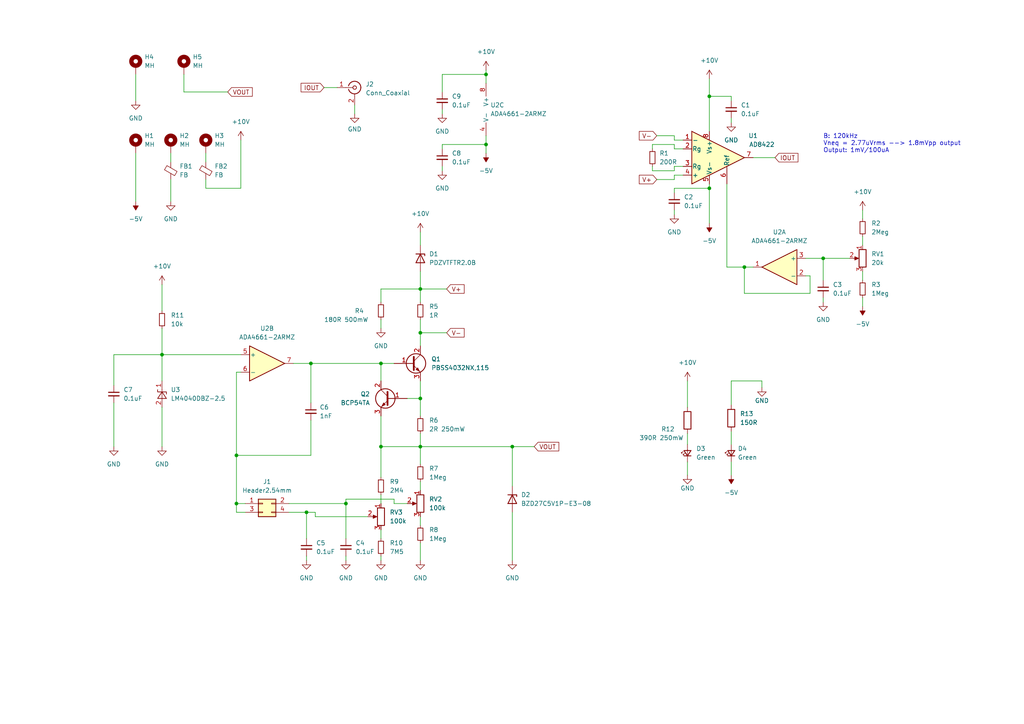
<source format=kicad_sch>
(kicad_sch (version 20230121) (generator eeschema)

  (uuid 8a3dc1c8-5b67-42b9-a8e4-c629cf8d5a57)

  (paper "A4")

  (lib_symbols
    (symbol "Amplifier_Instrumentation:AD8422" (pin_names (offset 0.127)) (in_bom yes) (on_board yes)
      (property "Reference" "U" (at 3.81 7.62 0)
        (effects (font (size 1.27 1.27)))
      )
      (property "Value" "AD8422" (at 3.81 5.08 0)
        (effects (font (size 1.27 1.27)))
      )
      (property "Footprint" "" (at -7.62 0 0)
        (effects (font (size 1.27 1.27)) hide)
      )
      (property "Datasheet" "https://www.analog.com/media/en/technical-documentation/data-sheets/AD8422.pdf" (at 8.89 -10.16 0)
        (effects (font (size 1.27 1.27)) hide)
      )
      (property "ki_keywords" "single instumentation amplifier" (at 0 0 0)
        (effects (font (size 1.27 1.27)) hide)
      )
      (property "ki_description" "Single High Performance, Low Power, Rail-to-Rail Precision Instrumentation Amplifier, SOIC-8/MSOP-8" (at 0 0 0)
        (effects (font (size 1.27 1.27)) hide)
      )
      (property "ki_fp_filters" "SOIC*3.9x4.9mm*P1.27mm* MSOP*3x3mm*P0.65mm*" (at 0 0 0)
        (effects (font (size 1.27 1.27)) hide)
      )
      (symbol "AD8422_0_1"
        (polyline
          (pts
            (xy -7.62 7.62)
            (xy -7.62 -7.62)
            (xy 7.62 0)
            (xy -7.62 7.62)
          )
          (stroke (width 0.254) (type default))
          (fill (type background))
        )
      )
      (symbol "AD8422_1_1"
        (pin input line (at -10.16 5.08 0) (length 2.54)
          (name "-" (effects (font (size 1.27 1.27))))
          (number "1" (effects (font (size 1.27 1.27))))
        )
        (pin passive line (at -10.16 2.54 0) (length 2.54)
          (name "Rg" (effects (font (size 1.27 1.27))))
          (number "2" (effects (font (size 1.27 1.27))))
        )
        (pin passive line (at -10.16 -2.54 0) (length 2.54)
          (name "Rg" (effects (font (size 1.27 1.27))))
          (number "3" (effects (font (size 1.27 1.27))))
        )
        (pin input line (at -10.16 -5.08 0) (length 2.54)
          (name "+" (effects (font (size 1.27 1.27))))
          (number "4" (effects (font (size 1.27 1.27))))
        )
        (pin power_in line (at -2.54 -7.62 90) (length 2.54)
          (name "Vs-" (effects (font (size 1.27 1.27))))
          (number "5" (effects (font (size 1.27 1.27))))
        )
        (pin passive line (at 2.54 -7.62 90) (length 5.08)
          (name "Ref" (effects (font (size 1.27 1.27))))
          (number "6" (effects (font (size 1.27 1.27))))
        )
        (pin output line (at 10.16 0 180) (length 2.54)
          (name "~" (effects (font (size 1.27 1.27))))
          (number "7" (effects (font (size 1.27 1.27))))
        )
        (pin power_in line (at -2.54 7.62 270) (length 2.54)
          (name "Vs+" (effects (font (size 1.27 1.27))))
          (number "8" (effects (font (size 1.27 1.27))))
        )
      )
    )
    (symbol "Amplifier_Operational:ADA4610-2xRM" (pin_names (offset 0.127)) (in_bom yes) (on_board yes)
      (property "Reference" "U" (at 2.54 6.35 0)
        (effects (font (size 1.27 1.27)) (justify left))
      )
      (property "Value" "ADA4610-2xRM" (at 2.54 3.81 0)
        (effects (font (size 1.27 1.27)) (justify left))
      )
      (property "Footprint" "Package_SO:MSOP-8_3x3mm_P0.65mm" (at 2.54 0 0)
        (effects (font (size 1.27 1.27)) hide)
      )
      (property "Datasheet" "https://www.analog.com/media/en/technical-documentation/data-sheets/ADA4610-1_4610-2_4610-4.pdf" (at 6.35 3.81 0)
        (effects (font (size 1.27 1.27)) hide)
      )
      (property "ki_locked" "" (at 0 0 0)
        (effects (font (size 1.27 1.27)))
      )
      (property "ki_keywords" "dual opamp" (at 0 0 0)
        (effects (font (size 1.27 1.27)) hide)
      )
      (property "ki_description" "Dual Low Noise, Precision, Rail-to-Rail Output, JFET Op Amp, MSOP-8" (at 0 0 0)
        (effects (font (size 1.27 1.27)) hide)
      )
      (property "ki_fp_filters" "MSOP*3x3mm*P0.65mm*" (at 0 0 0)
        (effects (font (size 1.27 1.27)) hide)
      )
      (symbol "ADA4610-2xRM_1_1"
        (polyline
          (pts
            (xy 5.08 0)
            (xy -5.08 5.08)
            (xy -5.08 -5.08)
            (xy 5.08 0)
          )
          (stroke (width 0.254) (type default))
          (fill (type background))
        )
        (pin output line (at 7.62 0 180) (length 2.54)
          (name "~" (effects (font (size 1.27 1.27))))
          (number "1" (effects (font (size 1.27 1.27))))
        )
        (pin input line (at -7.62 -2.54 0) (length 2.54)
          (name "-" (effects (font (size 1.27 1.27))))
          (number "2" (effects (font (size 1.27 1.27))))
        )
        (pin input line (at -7.62 2.54 0) (length 2.54)
          (name "+" (effects (font (size 1.27 1.27))))
          (number "3" (effects (font (size 1.27 1.27))))
        )
      )
      (symbol "ADA4610-2xRM_2_1"
        (polyline
          (pts
            (xy 5.08 0)
            (xy -5.08 5.08)
            (xy -5.08 -5.08)
            (xy 5.08 0)
          )
          (stroke (width 0.254) (type default))
          (fill (type background))
        )
        (pin input line (at -7.62 2.54 0) (length 2.54)
          (name "+" (effects (font (size 1.27 1.27))))
          (number "5" (effects (font (size 1.27 1.27))))
        )
        (pin input line (at -7.62 -2.54 0) (length 2.54)
          (name "-" (effects (font (size 1.27 1.27))))
          (number "6" (effects (font (size 1.27 1.27))))
        )
        (pin output line (at 7.62 0 180) (length 2.54)
          (name "~" (effects (font (size 1.27 1.27))))
          (number "7" (effects (font (size 1.27 1.27))))
        )
      )
      (symbol "ADA4610-2xRM_3_1"
        (pin power_in line (at 0 -7.62 90) (length 3.81)
          (name "V-" (effects (font (size 1.27 1.27))))
          (number "4" (effects (font (size 1.27 1.27))))
        )
        (pin power_in line (at 0 7.62 270) (length 3.81)
          (name "V+" (effects (font (size 1.27 1.27))))
          (number "8" (effects (font (size 1.27 1.27))))
        )
      )
    )
    (symbol "BCP56_1" (pin_names (offset 0) hide) (in_bom yes) (on_board yes)
      (property "Reference" "Q1" (at 5.715 1.2701 0)
        (effects (font (size 1.27 1.27)) (justify left))
      )
      (property "Value" "PBSS4032NX,115" (at 5.715 -1.2699 0)
        (effects (font (size 1.27 1.27)) (justify left))
      )
      (property "Footprint" "Package_TO_SOT_SMD:SOT-89-3" (at 5.08 -1.905 0)
        (effects (font (size 1.27 1.27) italic) (justify left) hide)
      )
      (property "Datasheet" "https://4donline.ihs.com/images/VipMasterIC/IC/DIOD/DIOD-S-A0011743495/DIOD-S-A0011743496-1.pdf?hkey=6D3A4C79FDBF58556ACFDE234799DDF0" (at 0 0 0)
        (effects (font (size 1.27 1.27)) (justify left) hide)
      )
      (property "Farnell" "" (at 0 0 0)
        (effects (font (size 1.27 1.27)) hide)
      )
      (property "ki_keywords" "NPN Transistor" (at 0 0 0)
        (effects (font (size 1.27 1.27)) hide)
      )
      (property "ki_description" "1A Ic, 80V Vce, NPN Medium Power Transistor, SOT-223" (at 0 0 0)
        (effects (font (size 1.27 1.27)) hide)
      )
      (property "ki_fp_filters" "SOT?223*" (at 0 0 0)
        (effects (font (size 1.27 1.27)) hide)
      )
      (symbol "BCP56_1_0_1"
        (polyline
          (pts
            (xy 0.635 0.635)
            (xy 2.54 2.54)
          )
          (stroke (width 0) (type default))
          (fill (type none))
        )
        (polyline
          (pts
            (xy 0.635 -0.635)
            (xy 2.54 -2.54)
            (xy 2.54 -2.54)
          )
          (stroke (width 0) (type default))
          (fill (type none))
        )
        (polyline
          (pts
            (xy 0.635 1.905)
            (xy 0.635 -1.905)
            (xy 0.635 -1.905)
          )
          (stroke (width 0.508) (type default))
          (fill (type none))
        )
        (polyline
          (pts
            (xy 1.27 -1.778)
            (xy 1.778 -1.27)
            (xy 2.286 -2.286)
            (xy 1.27 -1.778)
            (xy 1.27 -1.778)
          )
          (stroke (width 0) (type default))
          (fill (type outline))
        )
        (circle (center 1.27 0) (radius 2.8194)
          (stroke (width 0.254) (type default))
          (fill (type none))
        )
      )
      (symbol "BCP56_1_1_1"
        (pin input line (at -5.08 0 0) (length 5.715)
          (name "B" (effects (font (size 1.27 1.27))))
          (number "1" (effects (font (size 1.27 1.27))))
        )
        (pin passive line (at 2.54 5.08 270) (length 2.54)
          (name "C" (effects (font (size 1.27 1.27))))
          (number "2" (effects (font (size 1.27 1.27))))
        )
        (pin passive line (at 2.54 -5.08 90) (length 2.54)
          (name "E" (effects (font (size 1.27 1.27))))
          (number "3" (effects (font (size 1.27 1.27))))
        )
        (pin passive line (at 2.54 5.08 270) (length 2.54) hide
          (name "C" (effects (font (size 1.27 1.27))))
          (number "4" (effects (font (size 1.27 1.27))))
        )
      )
    )
    (symbol "Connector:Conn_Coaxial" (pin_names (offset 1.016) hide) (in_bom yes) (on_board yes)
      (property "Reference" "J" (at 0.254 3.048 0)
        (effects (font (size 1.27 1.27)))
      )
      (property "Value" "Conn_Coaxial" (at 2.921 0 90)
        (effects (font (size 1.27 1.27)))
      )
      (property "Footprint" "" (at 0 0 0)
        (effects (font (size 1.27 1.27)) hide)
      )
      (property "Datasheet" " ~" (at 0 0 0)
        (effects (font (size 1.27 1.27)) hide)
      )
      (property "ki_keywords" "BNC SMA SMB SMC LEMO coaxial connector CINCH RCA" (at 0 0 0)
        (effects (font (size 1.27 1.27)) hide)
      )
      (property "ki_description" "coaxial connector (BNC, SMA, SMB, SMC, Cinch/RCA, LEMO, ...)" (at 0 0 0)
        (effects (font (size 1.27 1.27)) hide)
      )
      (property "ki_fp_filters" "*BNC* *SMA* *SMB* *SMC* *Cinch* *LEMO*" (at 0 0 0)
        (effects (font (size 1.27 1.27)) hide)
      )
      (symbol "Conn_Coaxial_0_1"
        (arc (start -1.778 -0.508) (mid 0.2311 -1.8066) (end 1.778 0)
          (stroke (width 0.254) (type default))
          (fill (type none))
        )
        (polyline
          (pts
            (xy -2.54 0)
            (xy -0.508 0)
          )
          (stroke (width 0) (type default))
          (fill (type none))
        )
        (polyline
          (pts
            (xy 0 -2.54)
            (xy 0 -1.778)
          )
          (stroke (width 0) (type default))
          (fill (type none))
        )
        (circle (center 0 0) (radius 0.508)
          (stroke (width 0.2032) (type default))
          (fill (type none))
        )
        (arc (start 1.778 0) (mid 0.2099 1.8101) (end -1.778 0.508)
          (stroke (width 0.254) (type default))
          (fill (type none))
        )
      )
      (symbol "Conn_Coaxial_1_1"
        (pin passive line (at -5.08 0 0) (length 2.54)
          (name "In" (effects (font (size 1.27 1.27))))
          (number "1" (effects (font (size 1.27 1.27))))
        )
        (pin passive line (at 0 -5.08 90) (length 2.54)
          (name "Ext" (effects (font (size 1.27 1.27))))
          (number "2" (effects (font (size 1.27 1.27))))
        )
      )
    )
    (symbol "Connector_Generic:Conn_02x02_Odd_Even" (pin_names (offset 1.016) hide) (in_bom yes) (on_board yes)
      (property "Reference" "J" (at 1.27 2.54 0)
        (effects (font (size 1.27 1.27)))
      )
      (property "Value" "Conn_02x02_Odd_Even" (at 1.27 -5.08 0)
        (effects (font (size 1.27 1.27)))
      )
      (property "Footprint" "" (at 0 0 0)
        (effects (font (size 1.27 1.27)) hide)
      )
      (property "Datasheet" "~" (at 0 0 0)
        (effects (font (size 1.27 1.27)) hide)
      )
      (property "ki_keywords" "connector" (at 0 0 0)
        (effects (font (size 1.27 1.27)) hide)
      )
      (property "ki_description" "Generic connector, double row, 02x02, odd/even pin numbering scheme (row 1 odd numbers, row 2 even numbers), script generated (kicad-library-utils/schlib/autogen/connector/)" (at 0 0 0)
        (effects (font (size 1.27 1.27)) hide)
      )
      (property "ki_fp_filters" "Connector*:*_2x??_*" (at 0 0 0)
        (effects (font (size 1.27 1.27)) hide)
      )
      (symbol "Conn_02x02_Odd_Even_1_1"
        (rectangle (start -1.27 -2.413) (end 0 -2.667)
          (stroke (width 0.1524) (type default))
          (fill (type none))
        )
        (rectangle (start -1.27 0.127) (end 0 -0.127)
          (stroke (width 0.1524) (type default))
          (fill (type none))
        )
        (rectangle (start -1.27 1.27) (end 3.81 -3.81)
          (stroke (width 0.254) (type default))
          (fill (type background))
        )
        (rectangle (start 3.81 -2.413) (end 2.54 -2.667)
          (stroke (width 0.1524) (type default))
          (fill (type none))
        )
        (rectangle (start 3.81 0.127) (end 2.54 -0.127)
          (stroke (width 0.1524) (type default))
          (fill (type none))
        )
        (pin passive line (at -5.08 0 0) (length 3.81)
          (name "Pin_1" (effects (font (size 1.27 1.27))))
          (number "1" (effects (font (size 1.27 1.27))))
        )
        (pin passive line (at 7.62 0 180) (length 3.81)
          (name "Pin_2" (effects (font (size 1.27 1.27))))
          (number "2" (effects (font (size 1.27 1.27))))
        )
        (pin passive line (at -5.08 -2.54 0) (length 3.81)
          (name "Pin_3" (effects (font (size 1.27 1.27))))
          (number "3" (effects (font (size 1.27 1.27))))
        )
        (pin passive line (at 7.62 -2.54 180) (length 3.81)
          (name "Pin_4" (effects (font (size 1.27 1.27))))
          (number "4" (effects (font (size 1.27 1.27))))
        )
      )
    )
    (symbol "Device:C_Small" (pin_numbers hide) (pin_names (offset 0.254) hide) (in_bom yes) (on_board yes)
      (property "Reference" "C" (at 0.254 1.778 0)
        (effects (font (size 1.27 1.27)) (justify left))
      )
      (property "Value" "C_Small" (at 0.254 -2.032 0)
        (effects (font (size 1.27 1.27)) (justify left))
      )
      (property "Footprint" "" (at 0 0 0)
        (effects (font (size 1.27 1.27)) hide)
      )
      (property "Datasheet" "~" (at 0 0 0)
        (effects (font (size 1.27 1.27)) hide)
      )
      (property "ki_keywords" "capacitor cap" (at 0 0 0)
        (effects (font (size 1.27 1.27)) hide)
      )
      (property "ki_description" "Unpolarized capacitor, small symbol" (at 0 0 0)
        (effects (font (size 1.27 1.27)) hide)
      )
      (property "ki_fp_filters" "C_*" (at 0 0 0)
        (effects (font (size 1.27 1.27)) hide)
      )
      (symbol "C_Small_0_1"
        (polyline
          (pts
            (xy -1.524 -0.508)
            (xy 1.524 -0.508)
          )
          (stroke (width 0.3302) (type default))
          (fill (type none))
        )
        (polyline
          (pts
            (xy -1.524 0.508)
            (xy 1.524 0.508)
          )
          (stroke (width 0.3048) (type default))
          (fill (type none))
        )
      )
      (symbol "C_Small_1_1"
        (pin passive line (at 0 2.54 270) (length 2.032)
          (name "~" (effects (font (size 1.27 1.27))))
          (number "1" (effects (font (size 1.27 1.27))))
        )
        (pin passive line (at 0 -2.54 90) (length 2.032)
          (name "~" (effects (font (size 1.27 1.27))))
          (number "2" (effects (font (size 1.27 1.27))))
        )
      )
    )
    (symbol "Device:D_Zener" (pin_numbers hide) (pin_names (offset 1.016) hide) (in_bom yes) (on_board yes)
      (property "Reference" "D" (at 0 2.54 0)
        (effects (font (size 1.27 1.27)))
      )
      (property "Value" "D_Zener" (at 0 -2.54 0)
        (effects (font (size 1.27 1.27)))
      )
      (property "Footprint" "" (at 0 0 0)
        (effects (font (size 1.27 1.27)) hide)
      )
      (property "Datasheet" "~" (at 0 0 0)
        (effects (font (size 1.27 1.27)) hide)
      )
      (property "ki_keywords" "diode" (at 0 0 0)
        (effects (font (size 1.27 1.27)) hide)
      )
      (property "ki_description" "Zener diode" (at 0 0 0)
        (effects (font (size 1.27 1.27)) hide)
      )
      (property "ki_fp_filters" "TO-???* *_Diode_* *SingleDiode* D_*" (at 0 0 0)
        (effects (font (size 1.27 1.27)) hide)
      )
      (symbol "D_Zener_0_1"
        (polyline
          (pts
            (xy 1.27 0)
            (xy -1.27 0)
          )
          (stroke (width 0) (type default))
          (fill (type none))
        )
        (polyline
          (pts
            (xy -1.27 -1.27)
            (xy -1.27 1.27)
            (xy -0.762 1.27)
          )
          (stroke (width 0.254) (type default))
          (fill (type none))
        )
        (polyline
          (pts
            (xy 1.27 -1.27)
            (xy 1.27 1.27)
            (xy -1.27 0)
            (xy 1.27 -1.27)
          )
          (stroke (width 0.254) (type default))
          (fill (type none))
        )
      )
      (symbol "D_Zener_1_1"
        (pin passive line (at -3.81 0 0) (length 2.54)
          (name "K" (effects (font (size 1.27 1.27))))
          (number "1" (effects (font (size 1.27 1.27))))
        )
        (pin passive line (at 3.81 0 180) (length 2.54)
          (name "A" (effects (font (size 1.27 1.27))))
          (number "2" (effects (font (size 1.27 1.27))))
        )
      )
    )
    (symbol "Device:FerriteBead_Small" (pin_numbers hide) (pin_names (offset 0)) (in_bom yes) (on_board yes)
      (property "Reference" "FB" (at 1.905 1.27 0)
        (effects (font (size 1.27 1.27)) (justify left))
      )
      (property "Value" "FerriteBead_Small" (at 1.905 -1.27 0)
        (effects (font (size 1.27 1.27)) (justify left))
      )
      (property "Footprint" "" (at -1.778 0 90)
        (effects (font (size 1.27 1.27)) hide)
      )
      (property "Datasheet" "~" (at 0 0 0)
        (effects (font (size 1.27 1.27)) hide)
      )
      (property "ki_keywords" "L ferrite bead inductor filter" (at 0 0 0)
        (effects (font (size 1.27 1.27)) hide)
      )
      (property "ki_description" "Ferrite bead, small symbol" (at 0 0 0)
        (effects (font (size 1.27 1.27)) hide)
      )
      (property "ki_fp_filters" "Inductor_* L_* *Ferrite*" (at 0 0 0)
        (effects (font (size 1.27 1.27)) hide)
      )
      (symbol "FerriteBead_Small_0_1"
        (polyline
          (pts
            (xy 0 -1.27)
            (xy 0 -0.7874)
          )
          (stroke (width 0) (type default))
          (fill (type none))
        )
        (polyline
          (pts
            (xy 0 0.889)
            (xy 0 1.2954)
          )
          (stroke (width 0) (type default))
          (fill (type none))
        )
        (polyline
          (pts
            (xy -1.8288 0.2794)
            (xy -1.1176 1.4986)
            (xy 1.8288 -0.2032)
            (xy 1.1176 -1.4224)
            (xy -1.8288 0.2794)
          )
          (stroke (width 0) (type default))
          (fill (type none))
        )
      )
      (symbol "FerriteBead_Small_1_1"
        (pin passive line (at 0 2.54 270) (length 1.27)
          (name "~" (effects (font (size 1.27 1.27))))
          (number "1" (effects (font (size 1.27 1.27))))
        )
        (pin passive line (at 0 -2.54 90) (length 1.27)
          (name "~" (effects (font (size 1.27 1.27))))
          (number "2" (effects (font (size 1.27 1.27))))
        )
      )
    )
    (symbol "Device:LED_Small" (pin_numbers hide) (pin_names (offset 0.254) hide) (in_bom yes) (on_board yes)
      (property "Reference" "D" (at -1.27 3.175 0)
        (effects (font (size 1.27 1.27)) (justify left))
      )
      (property "Value" "LED_Small" (at -4.445 -2.54 0)
        (effects (font (size 1.27 1.27)) (justify left))
      )
      (property "Footprint" "" (at 0 0 90)
        (effects (font (size 1.27 1.27)) hide)
      )
      (property "Datasheet" "~" (at 0 0 90)
        (effects (font (size 1.27 1.27)) hide)
      )
      (property "ki_keywords" "LED diode light-emitting-diode" (at 0 0 0)
        (effects (font (size 1.27 1.27)) hide)
      )
      (property "ki_description" "Light emitting diode, small symbol" (at 0 0 0)
        (effects (font (size 1.27 1.27)) hide)
      )
      (property "ki_fp_filters" "LED* LED_SMD:* LED_THT:*" (at 0 0 0)
        (effects (font (size 1.27 1.27)) hide)
      )
      (symbol "LED_Small_0_1"
        (polyline
          (pts
            (xy -0.762 -1.016)
            (xy -0.762 1.016)
          )
          (stroke (width 0.254) (type default))
          (fill (type none))
        )
        (polyline
          (pts
            (xy 1.016 0)
            (xy -0.762 0)
          )
          (stroke (width 0) (type default))
          (fill (type none))
        )
        (polyline
          (pts
            (xy 0.762 -1.016)
            (xy -0.762 0)
            (xy 0.762 1.016)
            (xy 0.762 -1.016)
          )
          (stroke (width 0.254) (type default))
          (fill (type none))
        )
        (polyline
          (pts
            (xy 0 0.762)
            (xy -0.508 1.27)
            (xy -0.254 1.27)
            (xy -0.508 1.27)
            (xy -0.508 1.016)
          )
          (stroke (width 0) (type default))
          (fill (type none))
        )
        (polyline
          (pts
            (xy 0.508 1.27)
            (xy 0 1.778)
            (xy 0.254 1.778)
            (xy 0 1.778)
            (xy 0 1.524)
          )
          (stroke (width 0) (type default))
          (fill (type none))
        )
      )
      (symbol "LED_Small_1_1"
        (pin passive line (at -2.54 0 0) (length 1.778)
          (name "K" (effects (font (size 1.27 1.27))))
          (number "1" (effects (font (size 1.27 1.27))))
        )
        (pin passive line (at 2.54 0 180) (length 1.778)
          (name "A" (effects (font (size 1.27 1.27))))
          (number "2" (effects (font (size 1.27 1.27))))
        )
      )
    )
    (symbol "Device:R" (pin_numbers hide) (pin_names (offset 0)) (in_bom yes) (on_board yes)
      (property "Reference" "R" (at 2.032 0 90)
        (effects (font (size 1.27 1.27)))
      )
      (property "Value" "R" (at 0 0 90)
        (effects (font (size 1.27 1.27)))
      )
      (property "Footprint" "" (at -1.778 0 90)
        (effects (font (size 1.27 1.27)) hide)
      )
      (property "Datasheet" "~" (at 0 0 0)
        (effects (font (size 1.27 1.27)) hide)
      )
      (property "ki_keywords" "R res resistor" (at 0 0 0)
        (effects (font (size 1.27 1.27)) hide)
      )
      (property "ki_description" "Resistor" (at 0 0 0)
        (effects (font (size 1.27 1.27)) hide)
      )
      (property "ki_fp_filters" "R_*" (at 0 0 0)
        (effects (font (size 1.27 1.27)) hide)
      )
      (symbol "R_0_1"
        (rectangle (start -1.016 -2.54) (end 1.016 2.54)
          (stroke (width 0.254) (type default))
          (fill (type none))
        )
      )
      (symbol "R_1_1"
        (pin passive line (at 0 3.81 270) (length 1.27)
          (name "~" (effects (font (size 1.27 1.27))))
          (number "1" (effects (font (size 1.27 1.27))))
        )
        (pin passive line (at 0 -3.81 90) (length 1.27)
          (name "~" (effects (font (size 1.27 1.27))))
          (number "2" (effects (font (size 1.27 1.27))))
        )
      )
    )
    (symbol "Device:R_Potentiometer" (pin_names (offset 1.016) hide) (in_bom yes) (on_board yes)
      (property "Reference" "RV" (at -4.445 0 90)
        (effects (font (size 1.27 1.27)))
      )
      (property "Value" "R_Potentiometer" (at -2.54 0 90)
        (effects (font (size 1.27 1.27)))
      )
      (property "Footprint" "" (at 0 0 0)
        (effects (font (size 1.27 1.27)) hide)
      )
      (property "Datasheet" "~" (at 0 0 0)
        (effects (font (size 1.27 1.27)) hide)
      )
      (property "ki_keywords" "resistor variable" (at 0 0 0)
        (effects (font (size 1.27 1.27)) hide)
      )
      (property "ki_description" "Potentiometer" (at 0 0 0)
        (effects (font (size 1.27 1.27)) hide)
      )
      (property "ki_fp_filters" "Potentiometer*" (at 0 0 0)
        (effects (font (size 1.27 1.27)) hide)
      )
      (symbol "R_Potentiometer_0_1"
        (polyline
          (pts
            (xy 2.54 0)
            (xy 1.524 0)
          )
          (stroke (width 0) (type default))
          (fill (type none))
        )
        (polyline
          (pts
            (xy 1.143 0)
            (xy 2.286 0.508)
            (xy 2.286 -0.508)
            (xy 1.143 0)
          )
          (stroke (width 0) (type default))
          (fill (type outline))
        )
        (rectangle (start 1.016 2.54) (end -1.016 -2.54)
          (stroke (width 0.254) (type default))
          (fill (type none))
        )
      )
      (symbol "R_Potentiometer_1_1"
        (pin passive line (at 0 3.81 270) (length 1.27)
          (name "1" (effects (font (size 1.27 1.27))))
          (number "1" (effects (font (size 1.27 1.27))))
        )
        (pin passive line (at 3.81 0 180) (length 1.27)
          (name "2" (effects (font (size 1.27 1.27))))
          (number "2" (effects (font (size 1.27 1.27))))
        )
        (pin passive line (at 0 -3.81 90) (length 1.27)
          (name "3" (effects (font (size 1.27 1.27))))
          (number "3" (effects (font (size 1.27 1.27))))
        )
      )
    )
    (symbol "Device:R_Small" (pin_numbers hide) (pin_names (offset 0.254) hide) (in_bom yes) (on_board yes)
      (property "Reference" "R" (at 0.762 0.508 0)
        (effects (font (size 1.27 1.27)) (justify left))
      )
      (property "Value" "R_Small" (at 0.762 -1.016 0)
        (effects (font (size 1.27 1.27)) (justify left))
      )
      (property "Footprint" "" (at 0 0 0)
        (effects (font (size 1.27 1.27)) hide)
      )
      (property "Datasheet" "~" (at 0 0 0)
        (effects (font (size 1.27 1.27)) hide)
      )
      (property "ki_keywords" "R resistor" (at 0 0 0)
        (effects (font (size 1.27 1.27)) hide)
      )
      (property "ki_description" "Resistor, small symbol" (at 0 0 0)
        (effects (font (size 1.27 1.27)) hide)
      )
      (property "ki_fp_filters" "R_*" (at 0 0 0)
        (effects (font (size 1.27 1.27)) hide)
      )
      (symbol "R_Small_0_1"
        (rectangle (start -0.762 1.778) (end 0.762 -1.778)
          (stroke (width 0.2032) (type default))
          (fill (type none))
        )
      )
      (symbol "R_Small_1_1"
        (pin passive line (at 0 2.54 270) (length 0.762)
          (name "~" (effects (font (size 1.27 1.27))))
          (number "1" (effects (font (size 1.27 1.27))))
        )
        (pin passive line (at 0 -2.54 90) (length 0.762)
          (name "~" (effects (font (size 1.27 1.27))))
          (number "2" (effects (font (size 1.27 1.27))))
        )
      )
    )
    (symbol "Mechanical:MountingHole_Pad" (pin_numbers hide) (pin_names (offset 1.016) hide) (in_bom yes) (on_board yes)
      (property "Reference" "H" (at 0 6.35 0)
        (effects (font (size 1.27 1.27)))
      )
      (property "Value" "MountingHole_Pad" (at 0 4.445 0)
        (effects (font (size 1.27 1.27)))
      )
      (property "Footprint" "" (at 0 0 0)
        (effects (font (size 1.27 1.27)) hide)
      )
      (property "Datasheet" "~" (at 0 0 0)
        (effects (font (size 1.27 1.27)) hide)
      )
      (property "ki_keywords" "mounting hole" (at 0 0 0)
        (effects (font (size 1.27 1.27)) hide)
      )
      (property "ki_description" "Mounting Hole with connection" (at 0 0 0)
        (effects (font (size 1.27 1.27)) hide)
      )
      (property "ki_fp_filters" "MountingHole*Pad*" (at 0 0 0)
        (effects (font (size 1.27 1.27)) hide)
      )
      (symbol "MountingHole_Pad_0_1"
        (circle (center 0 1.27) (radius 1.27)
          (stroke (width 1.27) (type default))
          (fill (type none))
        )
      )
      (symbol "MountingHole_Pad_1_1"
        (pin input line (at 0 -2.54 90) (length 2.54)
          (name "1" (effects (font (size 1.27 1.27))))
          (number "1" (effects (font (size 1.27 1.27))))
        )
      )
    )
    (symbol "Reference_Voltage:LM4040DBZ-2.5" (pin_names (offset 0.0254) hide) (in_bom yes) (on_board yes)
      (property "Reference" "U" (at 0 2.54 0)
        (effects (font (size 1.27 1.27)))
      )
      (property "Value" "LM4040DBZ-2.5" (at 0 -3.175 0)
        (effects (font (size 1.27 1.27)))
      )
      (property "Footprint" "Package_TO_SOT_SMD:SOT-23" (at 0 -5.08 0)
        (effects (font (size 1.27 1.27) italic) hide)
      )
      (property "Datasheet" "http://www.ti.com/lit/ds/symlink/lm4040-n.pdf" (at 0 0 0)
        (effects (font (size 1.27 1.27) italic) hide)
      )
      (property "ki_keywords" "diode device voltage reference shunt" (at 0 0 0)
        (effects (font (size 1.27 1.27)) hide)
      )
      (property "ki_description" "2.500V Precision Micropower Shunt Voltage Reference, SOT-23" (at 0 0 0)
        (effects (font (size 1.27 1.27)) hide)
      )
      (property "ki_fp_filters" "SOT?23*" (at 0 0 0)
        (effects (font (size 1.27 1.27)) hide)
      )
      (symbol "LM4040DBZ-2.5_0_1"
        (polyline
          (pts
            (xy -1.27 0)
            (xy 0 0)
            (xy 1.27 0)
          )
          (stroke (width 0) (type default))
          (fill (type none))
        )
        (polyline
          (pts
            (xy -1.27 -1.27)
            (xy 0.635 0)
            (xy -1.27 1.27)
            (xy -1.27 -1.27)
          )
          (stroke (width 0.2032) (type default))
          (fill (type none))
        )
        (polyline
          (pts
            (xy 0 -1.27)
            (xy 0.635 -1.27)
            (xy 0.635 1.27)
            (xy 1.27 1.27)
          )
          (stroke (width 0.2032) (type default))
          (fill (type none))
        )
      )
      (symbol "LM4040DBZ-2.5_1_1"
        (pin passive line (at 3.81 0 180) (length 2.54)
          (name "K" (effects (font (size 1.27 1.27))))
          (number "1" (effects (font (size 1.27 1.27))))
        )
        (pin passive line (at -3.81 0 0) (length 2.54)
          (name "A" (effects (font (size 1.27 1.27))))
          (number "2" (effects (font (size 1.27 1.27))))
        )
      )
    )
    (symbol "Transistor_BJT:BCP56" (pin_names (offset 0) hide) (in_bom yes) (on_board yes)
      (property "Reference" "Q" (at 5.08 1.905 0)
        (effects (font (size 1.27 1.27)) (justify left))
      )
      (property "Value" "BCP56" (at 5.08 0 0)
        (effects (font (size 1.27 1.27)) (justify left))
      )
      (property "Footprint" "Package_TO_SOT_SMD:SOT-223-3_TabPin2" (at 5.08 -1.905 0)
        (effects (font (size 1.27 1.27) italic) (justify left) hide)
      )
      (property "Datasheet" "http://cache.nxp.com/documents/data_sheet/BCP56_BCX56_BC56PA.pdf?pspll=1" (at 0 0 0)
        (effects (font (size 1.27 1.27)) (justify left) hide)
      )
      (property "ki_keywords" "NPN Transistor" (at 0 0 0)
        (effects (font (size 1.27 1.27)) hide)
      )
      (property "ki_description" "1A Ic, 80V Vce, NPN Medium Power Transistor, SOT-223" (at 0 0 0)
        (effects (font (size 1.27 1.27)) hide)
      )
      (property "ki_fp_filters" "SOT?223*" (at 0 0 0)
        (effects (font (size 1.27 1.27)) hide)
      )
      (symbol "BCP56_0_1"
        (polyline
          (pts
            (xy 0.635 0.635)
            (xy 2.54 2.54)
          )
          (stroke (width 0) (type default))
          (fill (type none))
        )
        (polyline
          (pts
            (xy 0.635 -0.635)
            (xy 2.54 -2.54)
            (xy 2.54 -2.54)
          )
          (stroke (width 0) (type default))
          (fill (type none))
        )
        (polyline
          (pts
            (xy 0.635 1.905)
            (xy 0.635 -1.905)
            (xy 0.635 -1.905)
          )
          (stroke (width 0.508) (type default))
          (fill (type none))
        )
        (polyline
          (pts
            (xy 1.27 -1.778)
            (xy 1.778 -1.27)
            (xy 2.286 -2.286)
            (xy 1.27 -1.778)
            (xy 1.27 -1.778)
          )
          (stroke (width 0) (type default))
          (fill (type outline))
        )
        (circle (center 1.27 0) (radius 2.8194)
          (stroke (width 0.254) (type default))
          (fill (type none))
        )
      )
      (symbol "BCP56_1_1"
        (pin input line (at -5.08 0 0) (length 5.715)
          (name "B" (effects (font (size 1.27 1.27))))
          (number "1" (effects (font (size 1.27 1.27))))
        )
        (pin passive line (at 2.54 5.08 270) (length 2.54)
          (name "C" (effects (font (size 1.27 1.27))))
          (number "2" (effects (font (size 1.27 1.27))))
        )
        (pin passive line (at 2.54 -5.08 90) (length 2.54)
          (name "E" (effects (font (size 1.27 1.27))))
          (number "3" (effects (font (size 1.27 1.27))))
        )
        (pin passive line (at 2.54 5.08 270) (length 2.54) hide
          (name "C" (effects (font (size 1.27 1.27))))
          (number "4" (effects (font (size 1.27 1.27))))
        )
      )
    )
    (symbol "power:+10V" (power) (pin_names (offset 0)) (in_bom yes) (on_board yes)
      (property "Reference" "#PWR" (at 0 -3.81 0)
        (effects (font (size 1.27 1.27)) hide)
      )
      (property "Value" "+10V" (at 0 3.556 0)
        (effects (font (size 1.27 1.27)))
      )
      (property "Footprint" "" (at 0 0 0)
        (effects (font (size 1.27 1.27)) hide)
      )
      (property "Datasheet" "" (at 0 0 0)
        (effects (font (size 1.27 1.27)) hide)
      )
      (property "ki_keywords" "global power" (at 0 0 0)
        (effects (font (size 1.27 1.27)) hide)
      )
      (property "ki_description" "Power symbol creates a global label with name \"+10V\"" (at 0 0 0)
        (effects (font (size 1.27 1.27)) hide)
      )
      (symbol "+10V_0_1"
        (polyline
          (pts
            (xy -0.762 1.27)
            (xy 0 2.54)
          )
          (stroke (width 0) (type default))
          (fill (type none))
        )
        (polyline
          (pts
            (xy 0 0)
            (xy 0 2.54)
          )
          (stroke (width 0) (type default))
          (fill (type none))
        )
        (polyline
          (pts
            (xy 0 2.54)
            (xy 0.762 1.27)
          )
          (stroke (width 0) (type default))
          (fill (type none))
        )
      )
      (symbol "+10V_1_1"
        (pin power_in line (at 0 0 90) (length 0) hide
          (name "+10V" (effects (font (size 1.27 1.27))))
          (number "1" (effects (font (size 1.27 1.27))))
        )
      )
    )
    (symbol "power:-5V" (power) (pin_names (offset 0)) (in_bom yes) (on_board yes)
      (property "Reference" "#PWR" (at 0 2.54 0)
        (effects (font (size 1.27 1.27)) hide)
      )
      (property "Value" "-5V" (at 0 3.81 0)
        (effects (font (size 1.27 1.27)))
      )
      (property "Footprint" "" (at 0 0 0)
        (effects (font (size 1.27 1.27)) hide)
      )
      (property "Datasheet" "" (at 0 0 0)
        (effects (font (size 1.27 1.27)) hide)
      )
      (property "ki_keywords" "global power" (at 0 0 0)
        (effects (font (size 1.27 1.27)) hide)
      )
      (property "ki_description" "Power symbol creates a global label with name \"-5V\"" (at 0 0 0)
        (effects (font (size 1.27 1.27)) hide)
      )
      (symbol "-5V_0_0"
        (pin power_in line (at 0 0 90) (length 0) hide
          (name "-5V" (effects (font (size 1.27 1.27))))
          (number "1" (effects (font (size 1.27 1.27))))
        )
      )
      (symbol "-5V_0_1"
        (polyline
          (pts
            (xy 0 0)
            (xy 0 1.27)
            (xy 0.762 1.27)
            (xy 0 2.54)
            (xy -0.762 1.27)
            (xy 0 1.27)
          )
          (stroke (width 0) (type default))
          (fill (type outline))
        )
      )
    )
    (symbol "power:GND" (power) (pin_names (offset 0)) (in_bom yes) (on_board yes)
      (property "Reference" "#PWR" (at 0 -6.35 0)
        (effects (font (size 1.27 1.27)) hide)
      )
      (property "Value" "GND" (at 0 -3.81 0)
        (effects (font (size 1.27 1.27)))
      )
      (property "Footprint" "" (at 0 0 0)
        (effects (font (size 1.27 1.27)) hide)
      )
      (property "Datasheet" "" (at 0 0 0)
        (effects (font (size 1.27 1.27)) hide)
      )
      (property "ki_keywords" "global power" (at 0 0 0)
        (effects (font (size 1.27 1.27)) hide)
      )
      (property "ki_description" "Power symbol creates a global label with name \"GND\" , ground" (at 0 0 0)
        (effects (font (size 1.27 1.27)) hide)
      )
      (symbol "GND_0_1"
        (polyline
          (pts
            (xy 0 0)
            (xy 0 -1.27)
            (xy 1.27 -1.27)
            (xy 0 -2.54)
            (xy -1.27 -1.27)
            (xy 0 -1.27)
          )
          (stroke (width 0) (type default))
          (fill (type none))
        )
      )
      (symbol "GND_1_1"
        (pin power_in line (at 0 0 270) (length 0) hide
          (name "GND" (effects (font (size 1.27 1.27))))
          (number "1" (effects (font (size 1.27 1.27))))
        )
      )
    )
  )

  (junction (at 215.9 77.47) (diameter 0) (color 0 0 0 0)
    (uuid 0dc4ce63-2171-4b37-9fcf-703d2c380f76)
  )
  (junction (at 238.76 74.93) (diameter 0) (color 0 0 0 0)
    (uuid 0e4bbdf5-a123-4654-9693-be016718d5c0)
  )
  (junction (at 88.9 148.59) (diameter 0) (color 0 0 0 0)
    (uuid 123db006-3b4c-47ed-b49b-629f6c2383c2)
  )
  (junction (at 46.99 102.87) (diameter 0) (color 0 0 0 0)
    (uuid 124be043-8f24-43ee-814e-4da2e75a11c1)
  )
  (junction (at 100.33 146.05) (diameter 0) (color 0 0 0 0)
    (uuid 131fa603-47cb-4aed-a1b9-9b2ca815ec12)
  )
  (junction (at 140.97 21.59) (diameter 0) (color 0 0 0 0)
    (uuid 18f00e99-bf4a-42bd-b03b-572a43390dc8)
  )
  (junction (at 205.74 27.94) (diameter 0) (color 0 0 0 0)
    (uuid 233c0367-e34a-46cb-ad4e-f0c8613ffea9)
  )
  (junction (at 140.97 41.91) (diameter 0) (color 0 0 0 0)
    (uuid 479310d7-3a2f-427a-ac66-ca095792e9ce)
  )
  (junction (at 110.49 105.41) (diameter 0) (color 0 0 0 0)
    (uuid 526fd873-094f-4b8f-80f8-e3685c050f8e)
  )
  (junction (at 90.17 105.41) (diameter 0) (color 0 0 0 0)
    (uuid 55d3abec-bd1b-4d4c-9c9d-0b1682fab56f)
  )
  (junction (at 121.92 83.82) (diameter 0) (color 0 0 0 0)
    (uuid 731ea424-0ecc-477c-9d4f-9c518a4d1282)
  )
  (junction (at 121.92 115.57) (diameter 0) (color 0 0 0 0)
    (uuid 7e7fd5e8-c0a6-4acf-bed9-918d7f35ed09)
  )
  (junction (at 121.92 129.54) (diameter 0) (color 0 0 0 0)
    (uuid 8b3a6b9a-532e-4581-9e5b-90107c8ca7b4)
  )
  (junction (at 68.58 132.08) (diameter 0) (color 0 0 0 0)
    (uuid a48bb3a1-42c4-451f-9016-f23e4907984e)
  )
  (junction (at 68.58 146.05) (diameter 0) (color 0 0 0 0)
    (uuid b90ab7bd-d626-40d3-a0c2-8d0655554602)
  )
  (junction (at 110.49 129.54) (diameter 0) (color 0 0 0 0)
    (uuid b9dad154-649a-4f1e-ad9a-3c3a9cba215a)
  )
  (junction (at 121.92 96.52) (diameter 0) (color 0 0 0 0)
    (uuid bc13581a-765c-4ad1-9686-b35c65d26418)
  )
  (junction (at 205.74 54.61) (diameter 0) (color 0 0 0 0)
    (uuid d0100688-bf2b-4efe-a495-e1f04523496e)
  )
  (junction (at 148.59 129.54) (diameter 0) (color 0 0 0 0)
    (uuid f75d3a50-08ae-4487-a638-85b2aef0bfc4)
  )

  (wire (pts (xy 140.97 39.37) (xy 140.97 41.91))
    (stroke (width 0) (type default))
    (uuid 00e766e3-ef3d-438b-af19-212ae32de09c)
  )
  (wire (pts (xy 205.74 22.86) (xy 205.74 27.94))
    (stroke (width 0) (type default))
    (uuid 01208b35-29c1-43f4-be9e-bfcc1e4ddb87)
  )
  (wire (pts (xy 212.09 34.29) (xy 212.09 35.56))
    (stroke (width 0) (type default))
    (uuid 0280a5ee-86df-4621-9cca-3c62356f1ee7)
  )
  (wire (pts (xy 195.58 54.61) (xy 205.74 54.61))
    (stroke (width 0) (type default))
    (uuid 039a5922-d25c-4b95-8e61-de5a85b987da)
  )
  (wire (pts (xy 128.27 26.67) (xy 128.27 21.59))
    (stroke (width 0) (type default))
    (uuid 0401e740-307d-49a1-b653-e20ba6e02550)
  )
  (wire (pts (xy 46.99 118.11) (xy 46.99 129.54))
    (stroke (width 0) (type default))
    (uuid 05499e3f-e783-484d-96a2-89d70308cdcf)
  )
  (wire (pts (xy 250.19 60.96) (xy 250.19 63.5))
    (stroke (width 0) (type default))
    (uuid 06203d8d-2024-4f44-9f35-60c4ec6d9c74)
  )
  (wire (pts (xy 100.33 161.29) (xy 100.33 162.56))
    (stroke (width 0) (type default))
    (uuid 06656c27-859d-4066-8606-67d69717a041)
  )
  (wire (pts (xy 110.49 105.41) (xy 110.49 110.49))
    (stroke (width 0) (type default))
    (uuid 0752ecfb-c68a-47b0-b4c7-d9164622f57f)
  )
  (wire (pts (xy 85.09 105.41) (xy 90.17 105.41))
    (stroke (width 0) (type default))
    (uuid 0bb8ad59-5580-451b-9b4e-0f3048004dbf)
  )
  (wire (pts (xy 195.58 60.96) (xy 195.58 62.23))
    (stroke (width 0) (type default))
    (uuid 11b1eb65-bcfc-4473-a819-98707e8b0eb2)
  )
  (wire (pts (xy 148.59 148.59) (xy 148.59 162.56))
    (stroke (width 0) (type default))
    (uuid 14ea0649-a4ef-4d6c-8b8f-d6e9f45cda74)
  )
  (wire (pts (xy 118.11 115.57) (xy 121.92 115.57))
    (stroke (width 0) (type default))
    (uuid 178c1a9b-9933-43d9-94e3-5a4c2d34a982)
  )
  (wire (pts (xy 148.59 129.54) (xy 148.59 140.97))
    (stroke (width 0) (type default))
    (uuid 17e1aaaa-9f74-461f-a37f-bb5000d8cde2)
  )
  (wire (pts (xy 195.58 48.26) (xy 198.12 48.26))
    (stroke (width 0) (type default))
    (uuid 17fc869c-963c-4e64-90c6-35b458910397)
  )
  (wire (pts (xy 121.92 83.82) (xy 121.92 87.63))
    (stroke (width 0) (type default))
    (uuid 18b50dcd-bdac-4270-99d2-cf74ae89c5d4)
  )
  (wire (pts (xy 234.95 85.09) (xy 215.9 85.09))
    (stroke (width 0) (type default))
    (uuid 1977a9f5-418a-49d4-989a-410c9140b403)
  )
  (wire (pts (xy 88.9 156.21) (xy 88.9 148.59))
    (stroke (width 0) (type default))
    (uuid 1a5dbdbf-eaa7-4789-8043-0155ae43bb5b)
  )
  (wire (pts (xy 121.92 129.54) (xy 110.49 129.54))
    (stroke (width 0) (type default))
    (uuid 1ad5ddc3-9fb5-4010-afe2-df5cf1e4a5a8)
  )
  (wire (pts (xy 100.33 156.21) (xy 100.33 146.05))
    (stroke (width 0) (type default))
    (uuid 1ade3334-474a-4625-8614-120944faa617)
  )
  (wire (pts (xy 199.39 125.73) (xy 199.39 128.905))
    (stroke (width 0) (type default))
    (uuid 1bb8a2d9-bf9d-4874-a95b-3dc18ff933b7)
  )
  (wire (pts (xy 39.37 44.45) (xy 39.37 58.42))
    (stroke (width 0) (type default))
    (uuid 1d042960-baa5-452f-a9c3-6d36187ef637)
  )
  (wire (pts (xy 110.49 83.82) (xy 110.49 87.63))
    (stroke (width 0) (type default))
    (uuid 1d4eabc3-dac7-4e42-96e4-935e0cbaa45e)
  )
  (wire (pts (xy 49.53 44.45) (xy 49.53 46.99))
    (stroke (width 0) (type default))
    (uuid 1d6e28ed-7f3c-412b-a149-344311a7ef2a)
  )
  (wire (pts (xy 121.92 78.74) (xy 121.92 83.82))
    (stroke (width 0) (type default))
    (uuid 2444dc85-a8f0-4dfb-81be-2b81487b8571)
  )
  (wire (pts (xy 59.69 52.07) (xy 59.69 54.61))
    (stroke (width 0) (type default))
    (uuid 2bbbf367-f57d-4eef-9899-e261e7e6d4cc)
  )
  (wire (pts (xy 205.74 54.61) (xy 205.74 64.77))
    (stroke (width 0) (type default))
    (uuid 2e28aebb-47e2-4334-9c76-cc0f97de1a13)
  )
  (wire (pts (xy 190.5 39.37) (xy 195.58 39.37))
    (stroke (width 0) (type default))
    (uuid 2f407e99-c9c6-4a32-9b44-751379277d57)
  )
  (wire (pts (xy 46.99 95.25) (xy 46.99 102.87))
    (stroke (width 0) (type default))
    (uuid 30e3afad-4218-4039-9955-d9a3592dd2fd)
  )
  (wire (pts (xy 59.69 44.45) (xy 59.69 46.99))
    (stroke (width 0) (type default))
    (uuid 32edfa42-8ad5-4e7c-b449-c63e4346a1ce)
  )
  (wire (pts (xy 250.19 78.74) (xy 250.19 81.28))
    (stroke (width 0) (type default))
    (uuid 3491c926-2be4-49eb-9c56-3a037a4df6a4)
  )
  (wire (pts (xy 218.44 45.72) (xy 224.79 45.72))
    (stroke (width 0) (type default))
    (uuid 3696a1df-2de8-4083-b3ef-33504c16f823)
  )
  (wire (pts (xy 71.12 146.05) (xy 68.58 146.05))
    (stroke (width 0) (type default))
    (uuid 37addb66-f9e5-4a9b-a3d9-35b6be7a5f74)
  )
  (wire (pts (xy 215.9 85.09) (xy 215.9 77.47))
    (stroke (width 0) (type default))
    (uuid 3838c170-7efd-42c7-a3cb-e1b2026fdb5d)
  )
  (wire (pts (xy 195.58 43.18) (xy 195.58 41.91))
    (stroke (width 0) (type default))
    (uuid 38c10bf3-ea51-40f7-8d23-4fa00d1f0c31)
  )
  (wire (pts (xy 121.92 149.86) (xy 121.92 152.4))
    (stroke (width 0) (type default))
    (uuid 38c9e6fc-9e78-4092-a079-ce7d15e7321c)
  )
  (wire (pts (xy 90.17 116.84) (xy 90.17 105.41))
    (stroke (width 0) (type default))
    (uuid 3a1945ce-ed28-4824-add7-8b599daca404)
  )
  (wire (pts (xy 68.58 148.59) (xy 71.12 148.59))
    (stroke (width 0) (type default))
    (uuid 3b05e13e-dcbf-4911-a274-07f298369f27)
  )
  (wire (pts (xy 59.69 54.61) (xy 69.85 54.61))
    (stroke (width 0) (type default))
    (uuid 3e256aa1-4ded-4568-aac4-5c13e7541017)
  )
  (wire (pts (xy 114.3 144.78) (xy 100.33 144.78))
    (stroke (width 0) (type default))
    (uuid 47c1ebee-3d05-4532-a28d-e622fb6923dd)
  )
  (wire (pts (xy 195.58 41.91) (xy 189.23 41.91))
    (stroke (width 0) (type default))
    (uuid 4af7b3b2-745b-43cf-a415-09825babba38)
  )
  (wire (pts (xy 121.92 115.57) (xy 121.92 120.65))
    (stroke (width 0) (type default))
    (uuid 54915d2f-5d82-443d-bb80-a571b0fb11a4)
  )
  (wire (pts (xy 33.02 102.87) (xy 46.99 102.87))
    (stroke (width 0) (type default))
    (uuid 5549d00f-f248-46a4-a533-50f6470062d5)
  )
  (wire (pts (xy 220.98 110.49) (xy 212.09 110.49))
    (stroke (width 0) (type default))
    (uuid 56109f9f-443f-40a6-9be0-eb360eac7a48)
  )
  (wire (pts (xy 212.09 29.21) (xy 212.09 27.94))
    (stroke (width 0) (type default))
    (uuid 5615abc6-ed4b-4c6b-8ddf-9388daaa5f41)
  )
  (wire (pts (xy 102.87 33.02) (xy 102.87 30.48))
    (stroke (width 0) (type default))
    (uuid 56749459-f298-46b8-b4cd-c7e6b964b127)
  )
  (wire (pts (xy 195.58 40.64) (xy 195.58 39.37))
    (stroke (width 0) (type default))
    (uuid 5822db3b-99de-4c1b-8f93-40484bbd3537)
  )
  (wire (pts (xy 128.27 41.91) (xy 140.97 41.91))
    (stroke (width 0) (type default))
    (uuid 58f94cb3-9201-48e7-abb3-46ccc813d8cf)
  )
  (wire (pts (xy 189.23 41.91) (xy 189.23 43.18))
    (stroke (width 0) (type default))
    (uuid 592e1b9e-75ed-4896-83ca-f9d69e1b0cd5)
  )
  (wire (pts (xy 238.76 86.36) (xy 238.76 87.63))
    (stroke (width 0) (type default))
    (uuid 5e3dd2e7-d2b8-4b94-a956-47a0f40109fd)
  )
  (wire (pts (xy 220.98 112.395) (xy 220.98 110.49))
    (stroke (width 0) (type default))
    (uuid 6145a85f-79eb-4042-94a5-7e7d939be610)
  )
  (wire (pts (xy 198.12 43.18) (xy 195.58 43.18))
    (stroke (width 0) (type default))
    (uuid 62384250-84b4-431c-8872-e689ca57b1bb)
  )
  (wire (pts (xy 121.92 83.82) (xy 110.49 83.82))
    (stroke (width 0) (type default))
    (uuid 628882d9-a52a-43b2-a373-0d2588b207c5)
  )
  (wire (pts (xy 195.58 50.8) (xy 195.58 52.07))
    (stroke (width 0) (type default))
    (uuid 6432273c-db31-49a8-a562-d6c7b9fc08dd)
  )
  (wire (pts (xy 233.68 80.01) (xy 234.95 80.01))
    (stroke (width 0) (type default))
    (uuid 65528af2-2bd4-452e-a1bd-98993146a299)
  )
  (wire (pts (xy 140.97 20.32) (xy 140.97 21.59))
    (stroke (width 0) (type default))
    (uuid 66a8d2f7-20ed-4e97-a6b3-c1d42e92adf3)
  )
  (wire (pts (xy 140.97 21.59) (xy 140.97 24.13))
    (stroke (width 0) (type default))
    (uuid 67506943-e68a-458c-a55a-97cf739ff70e)
  )
  (wire (pts (xy 198.12 40.64) (xy 195.58 40.64))
    (stroke (width 0) (type default))
    (uuid 6876fc7f-b17e-4d5f-bd8e-268a06b4b762)
  )
  (wire (pts (xy 140.97 41.91) (xy 140.97 44.45))
    (stroke (width 0) (type default))
    (uuid 6abdc21e-35b2-490f-b560-e18281324ae9)
  )
  (wire (pts (xy 90.17 121.92) (xy 90.17 132.08))
    (stroke (width 0) (type default))
    (uuid 6b926333-4f41-46c0-b021-0a9baf0599aa)
  )
  (wire (pts (xy 212.09 110.49) (xy 212.09 117.475))
    (stroke (width 0) (type default))
    (uuid 6e2300d2-2b5a-4a33-be75-1d067dadb229)
  )
  (wire (pts (xy 250.19 68.58) (xy 250.19 71.12))
    (stroke (width 0) (type default))
    (uuid 715f3078-1114-47ea-a075-db271cb96909)
  )
  (wire (pts (xy 234.95 80.01) (xy 234.95 85.09))
    (stroke (width 0) (type default))
    (uuid 7261f4fc-4eaa-4424-93d6-32cbf07773f4)
  )
  (wire (pts (xy 88.9 148.59) (xy 83.82 148.59))
    (stroke (width 0) (type default))
    (uuid 75dd53c2-4faa-4c03-9768-27a7622a2278)
  )
  (wire (pts (xy 93.98 25.4) (xy 97.79 25.4))
    (stroke (width 0) (type default))
    (uuid 7ba893bc-3b0b-4d16-badd-852b611c57d2)
  )
  (wire (pts (xy 189.23 48.26) (xy 189.23 49.53))
    (stroke (width 0) (type default))
    (uuid 7cef5efa-0d63-481d-80fe-c30fa30ee91f)
  )
  (wire (pts (xy 33.02 111.76) (xy 33.02 102.87))
    (stroke (width 0) (type default))
    (uuid 7d937e6a-7996-46b1-9c85-a55fa9a6f3d5)
  )
  (wire (pts (xy 195.58 49.53) (xy 195.58 48.26))
    (stroke (width 0) (type default))
    (uuid 7f251716-882f-493b-8033-a62b2f882597)
  )
  (wire (pts (xy 118.11 146.05) (xy 114.3 146.05))
    (stroke (width 0) (type default))
    (uuid 80c0d017-cd44-4b69-b58e-48e6125f69b1)
  )
  (wire (pts (xy 39.37 21.59) (xy 39.37 29.21))
    (stroke (width 0) (type default))
    (uuid 85b0b28b-ae7e-47aa-b636-232f927eca3b)
  )
  (wire (pts (xy 53.34 26.67) (xy 66.04 26.67))
    (stroke (width 0) (type default))
    (uuid 86fc7e65-1509-4d16-bc71-7f5f6cac60f8)
  )
  (wire (pts (xy 238.76 74.93) (xy 246.38 74.93))
    (stroke (width 0) (type default))
    (uuid 8aedf1ea-58f5-4260-bd33-f9dc8b637132)
  )
  (wire (pts (xy 91.44 149.86) (xy 91.44 148.59))
    (stroke (width 0) (type default))
    (uuid 8c0e7600-9b2a-434e-bf8b-b4d9db5a79b1)
  )
  (wire (pts (xy 68.58 132.08) (xy 68.58 146.05))
    (stroke (width 0) (type default))
    (uuid 8d35611c-2be9-42a6-a365-c4bbc94081ce)
  )
  (wire (pts (xy 110.49 161.29) (xy 110.49 162.56))
    (stroke (width 0) (type default))
    (uuid 8dc45c6f-d259-4bd3-847d-1ff284f33a32)
  )
  (wire (pts (xy 210.82 77.47) (xy 215.9 77.47))
    (stroke (width 0) (type default))
    (uuid 8e280a11-7047-4f6a-8398-ddb220d2dcf8)
  )
  (wire (pts (xy 189.23 49.53) (xy 195.58 49.53))
    (stroke (width 0) (type default))
    (uuid 8fa77c6a-e1e2-4142-876d-90158b34d76e)
  )
  (wire (pts (xy 100.33 146.05) (xy 83.82 146.05))
    (stroke (width 0) (type default))
    (uuid 8fbcd080-fe53-42c9-93a3-5d4297980ddc)
  )
  (wire (pts (xy 121.92 83.82) (xy 129.54 83.82))
    (stroke (width 0) (type default))
    (uuid 8fd01939-357e-4038-8dc6-98e2c08c1e53)
  )
  (wire (pts (xy 114.3 105.41) (xy 110.49 105.41))
    (stroke (width 0) (type default))
    (uuid 9293979c-caf2-459c-82e7-22eb97d9db93)
  )
  (wire (pts (xy 46.99 102.87) (xy 46.99 110.49))
    (stroke (width 0) (type default))
    (uuid 929e6a43-d252-491e-a5e3-85d117960fbd)
  )
  (wire (pts (xy 128.27 48.26) (xy 128.27 49.53))
    (stroke (width 0) (type default))
    (uuid 9402900b-c8ab-4903-bdae-306f599955db)
  )
  (wire (pts (xy 69.85 54.61) (xy 69.85 40.64))
    (stroke (width 0) (type default))
    (uuid 9510fe58-6e10-463c-8f63-5b4c4b3889e3)
  )
  (wire (pts (xy 121.92 157.48) (xy 121.92 162.56))
    (stroke (width 0) (type default))
    (uuid 963db2b3-6de3-4208-a70c-2d9c0a65545a)
  )
  (wire (pts (xy 121.92 67.31) (xy 121.92 71.12))
    (stroke (width 0) (type default))
    (uuid 9678d88a-f501-471d-92fc-b2bf111a43da)
  )
  (wire (pts (xy 68.58 146.05) (xy 68.58 148.59))
    (stroke (width 0) (type default))
    (uuid 96d21495-0bf1-4897-b6f9-248557355585)
  )
  (wire (pts (xy 110.49 129.54) (xy 110.49 138.43))
    (stroke (width 0) (type default))
    (uuid 96f6090a-997d-44a9-83bf-4e18f613230f)
  )
  (wire (pts (xy 110.49 143.51) (xy 110.49 146.05))
    (stroke (width 0) (type default))
    (uuid 979c9eb9-839f-424a-a06d-998641364736)
  )
  (wire (pts (xy 53.34 21.59) (xy 53.34 26.67))
    (stroke (width 0) (type default))
    (uuid 987a4817-f81e-465c-a54f-182fb2d6112b)
  )
  (wire (pts (xy 121.92 96.52) (xy 121.92 100.33))
    (stroke (width 0) (type default))
    (uuid 98e9988c-4f19-492a-9952-80dbca5171c8)
  )
  (wire (pts (xy 212.09 125.095) (xy 212.09 128.905))
    (stroke (width 0) (type default))
    (uuid 9ab79921-31fd-4c80-b8a9-8fd2b285890b)
  )
  (wire (pts (xy 114.3 146.05) (xy 114.3 144.78))
    (stroke (width 0) (type default))
    (uuid 9b253cef-9140-443a-9fd8-7524de367e5a)
  )
  (wire (pts (xy 110.49 92.71) (xy 110.49 95.25))
    (stroke (width 0) (type default))
    (uuid 9bd45c0e-92cb-43ce-a272-1cbff76b4f90)
  )
  (wire (pts (xy 100.33 144.78) (xy 100.33 146.05))
    (stroke (width 0) (type default))
    (uuid 9beccb73-057c-415b-81c4-3057d71f9578)
  )
  (wire (pts (xy 212.09 27.94) (xy 205.74 27.94))
    (stroke (width 0) (type default))
    (uuid aac54bc2-6528-4c1a-bde3-8d2531433ebf)
  )
  (wire (pts (xy 128.27 31.75) (xy 128.27 33.02))
    (stroke (width 0) (type default))
    (uuid ac013a3a-ae9e-44f9-91f2-c6efc823313e)
  )
  (wire (pts (xy 250.19 86.36) (xy 250.19 88.9))
    (stroke (width 0) (type default))
    (uuid ae7b59ff-0094-425a-aca8-e7b33ec44e5e)
  )
  (wire (pts (xy 148.59 129.54) (xy 154.94 129.54))
    (stroke (width 0) (type default))
    (uuid afa98344-9f37-42b6-82c3-c982b8d939df)
  )
  (wire (pts (xy 91.44 148.59) (xy 88.9 148.59))
    (stroke (width 0) (type default))
    (uuid b2be5fb3-ecee-4d2a-8c2e-05c20bad1148)
  )
  (wire (pts (xy 110.49 129.54) (xy 110.49 120.65))
    (stroke (width 0) (type default))
    (uuid b4e03997-0507-4027-aa8e-83801e622422)
  )
  (wire (pts (xy 199.39 133.985) (xy 199.39 137.795))
    (stroke (width 0) (type default))
    (uuid b6a17d7a-b535-4d65-b8fd-158d24634127)
  )
  (wire (pts (xy 121.92 115.57) (xy 121.92 110.49))
    (stroke (width 0) (type default))
    (uuid b7a5d24b-dfa8-4af6-899c-bea253945a47)
  )
  (wire (pts (xy 199.39 110.49) (xy 199.39 118.11))
    (stroke (width 0) (type default))
    (uuid bc8a4376-cad4-460e-b652-23730c03c6cf)
  )
  (wire (pts (xy 128.27 43.18) (xy 128.27 41.91))
    (stroke (width 0) (type default))
    (uuid bed1355f-0b80-4fd6-a2a8-041d744cc5f2)
  )
  (wire (pts (xy 68.58 132.08) (xy 90.17 132.08))
    (stroke (width 0) (type default))
    (uuid c3bc018b-6eeb-4a95-bd12-c919e87ca625)
  )
  (wire (pts (xy 69.85 102.87) (xy 46.99 102.87))
    (stroke (width 0) (type default))
    (uuid c3cfd842-cfe1-40d9-8bd6-8d547c53c299)
  )
  (wire (pts (xy 121.92 96.52) (xy 129.54 96.52))
    (stroke (width 0) (type default))
    (uuid c4de7375-16fb-44de-b573-cc1cca8aba83)
  )
  (wire (pts (xy 238.76 74.93) (xy 238.76 81.28))
    (stroke (width 0) (type default))
    (uuid cad7957d-7be8-4e30-b5f4-5561ae180bef)
  )
  (wire (pts (xy 212.09 133.985) (xy 212.09 137.795))
    (stroke (width 0) (type default))
    (uuid cd214afb-b80a-4ceb-97e5-5d1360fe30f4)
  )
  (wire (pts (xy 215.9 77.47) (xy 218.44 77.47))
    (stroke (width 0) (type default))
    (uuid d01e3903-3540-4d0e-b8db-46920e8b73cd)
  )
  (wire (pts (xy 121.92 139.7) (xy 121.92 142.24))
    (stroke (width 0) (type default))
    (uuid d7f8fc66-befd-45c3-9d76-cce9d550ed38)
  )
  (wire (pts (xy 121.92 129.54) (xy 148.59 129.54))
    (stroke (width 0) (type default))
    (uuid d80a380c-3ebd-4912-8f0b-d73304061a94)
  )
  (wire (pts (xy 195.58 55.88) (xy 195.58 54.61))
    (stroke (width 0) (type default))
    (uuid dac0530f-c091-4e16-9989-ec1506714e3a)
  )
  (wire (pts (xy 233.68 74.93) (xy 238.76 74.93))
    (stroke (width 0) (type default))
    (uuid dcfc2ae0-990b-465c-9dbd-ef06e3e68e8e)
  )
  (wire (pts (xy 121.92 129.54) (xy 121.92 134.62))
    (stroke (width 0) (type default))
    (uuid dd36e619-09e8-44dd-b6f8-e8b6985cc8bd)
  )
  (wire (pts (xy 121.92 92.71) (xy 121.92 96.52))
    (stroke (width 0) (type default))
    (uuid de20f614-e407-4d1e-b95e-c6c58868782e)
  )
  (wire (pts (xy 88.9 161.29) (xy 88.9 162.56))
    (stroke (width 0) (type default))
    (uuid de662217-fcea-41f8-923c-8f78c64cb674)
  )
  (wire (pts (xy 210.82 53.34) (xy 210.82 77.47))
    (stroke (width 0) (type default))
    (uuid e0eff46a-2e53-4720-b65f-df4545e8a629)
  )
  (wire (pts (xy 190.5 52.07) (xy 195.58 52.07))
    (stroke (width 0) (type default))
    (uuid e2d0be6c-aad4-42f3-902d-a52c84ae2e8e)
  )
  (wire (pts (xy 91.44 149.86) (xy 106.68 149.86))
    (stroke (width 0) (type default))
    (uuid e6cefbbc-c990-486b-a1b8-85a52a0de206)
  )
  (wire (pts (xy 110.49 153.67) (xy 110.49 156.21))
    (stroke (width 0) (type default))
    (uuid e7f5f4d7-e102-4c61-b28b-632a88feece9)
  )
  (wire (pts (xy 198.12 50.8) (xy 195.58 50.8))
    (stroke (width 0) (type default))
    (uuid ea4ef020-854d-42c0-b3ea-e6d31a0e4379)
  )
  (wire (pts (xy 49.53 52.07) (xy 49.53 58.42))
    (stroke (width 0) (type default))
    (uuid f00827ec-8484-4ee1-b3f7-f779dc0ccd7b)
  )
  (wire (pts (xy 121.92 125.73) (xy 121.92 129.54))
    (stroke (width 0) (type default))
    (uuid f30917a9-cfae-43c0-9ad1-0b157f16c274)
  )
  (wire (pts (xy 69.85 107.95) (xy 68.58 107.95))
    (stroke (width 0) (type default))
    (uuid f4111d6a-f311-41f9-8024-9fc964f69980)
  )
  (wire (pts (xy 205.74 53.34) (xy 205.74 54.61))
    (stroke (width 0) (type default))
    (uuid f5c89c0e-184a-4dbf-9d74-242ea92457de)
  )
  (wire (pts (xy 33.02 116.84) (xy 33.02 129.54))
    (stroke (width 0) (type default))
    (uuid f62bb6b6-dee4-4573-b456-9a36e56ce2f3)
  )
  (wire (pts (xy 205.74 27.94) (xy 205.74 38.1))
    (stroke (width 0) (type default))
    (uuid f68d1229-efca-4b2b-80b2-0847ec0bf0fe)
  )
  (wire (pts (xy 46.99 82.55) (xy 46.99 90.17))
    (stroke (width 0) (type default))
    (uuid f78085ea-4196-4be8-885a-f31f4f2c344b)
  )
  (wire (pts (xy 128.27 21.59) (xy 140.97 21.59))
    (stroke (width 0) (type default))
    (uuid f93834b1-9646-45c7-aa33-acf588e402e4)
  )
  (wire (pts (xy 90.17 105.41) (xy 110.49 105.41))
    (stroke (width 0) (type default))
    (uuid fb209427-fd0b-4027-b61d-c6573949d2b7)
  )
  (wire (pts (xy 68.58 107.95) (xy 68.58 132.08))
    (stroke (width 0) (type default))
    (uuid fc2a7f46-fe82-474b-a581-178c78a60924)
  )

  (text "B: 120kHz\nVneq = 2.77uVrms --> 1.8mVpp output\nOutput: 1mV/100uA"
    (at 238.76 44.45 0)
    (effects (font (size 1.27 1.27)) (justify left bottom))
    (uuid 7fd9b6ff-789a-4d5a-83e8-4518ab27dd0b)
  )

  (global_label "V+" (shape input) (at 129.54 83.82 0) (fields_autoplaced)
    (effects (font (size 1.27 1.27)) (justify left))
    (uuid 1908c29b-f375-49af-ab08-d6d280878b45)
    (property "Intersheetrefs" "${INTERSHEET_REFS}" (at 135.1068 83.82 0)
      (effects (font (size 1.27 1.27)) (justify left) hide)
    )
  )
  (global_label "V-" (shape input) (at 190.5 39.37 180) (fields_autoplaced)
    (effects (font (size 1.27 1.27)) (justify right))
    (uuid 4c80e6cd-e7ea-4119-999b-3fac8cadbf8f)
    (property "Intersheetrefs" "${INTERSHEET_REFS}" (at 184.9332 39.37 0)
      (effects (font (size 1.27 1.27)) (justify right) hide)
    )
  )
  (global_label "VOUT" (shape input) (at 154.94 129.54 0) (fields_autoplaced)
    (effects (font (size 1.27 1.27)) (justify left))
    (uuid 62e017c5-82a8-4a57-975e-159168189cb6)
    (property "Intersheetrefs" "${INTERSHEET_REFS}" (at 162.563 129.54 0)
      (effects (font (size 1.27 1.27)) (justify left) hide)
    )
  )
  (global_label "V+" (shape input) (at 190.5 52.07 180) (fields_autoplaced)
    (effects (font (size 1.27 1.27)) (justify right))
    (uuid 7b558079-a499-4c48-9477-941391e1d3cd)
    (property "Intersheetrefs" "${INTERSHEET_REFS}" (at 184.9332 52.07 0)
      (effects (font (size 1.27 1.27)) (justify right) hide)
    )
  )
  (global_label "V-" (shape input) (at 129.54 96.52 0) (fields_autoplaced)
    (effects (font (size 1.27 1.27)) (justify left))
    (uuid 7f6c82b7-8177-4fa3-ac0c-bbda6e3dcd39)
    (property "Intersheetrefs" "${INTERSHEET_REFS}" (at 135.1068 96.52 0)
      (effects (font (size 1.27 1.27)) (justify left) hide)
    )
  )
  (global_label "IOUT" (shape input) (at 93.98 25.4 180) (fields_autoplaced)
    (effects (font (size 1.27 1.27)) (justify right))
    (uuid a8b23a1f-1aee-49c2-9ef1-d4207cac21ac)
    (property "Intersheetrefs" "${INTERSHEET_REFS}" (at 87.3336 25.4794 0)
      (effects (font (size 1.27 1.27)) (justify right) hide)
    )
  )
  (global_label "VOUT" (shape input) (at 66.04 26.67 0) (fields_autoplaced)
    (effects (font (size 1.27 1.27)) (justify left))
    (uuid b83d1790-3f67-4ed3-9431-48c4c4cb967f)
    (property "Intersheetrefs" "${INTERSHEET_REFS}" (at 73.663 26.67 0)
      (effects (font (size 1.27 1.27)) (justify left) hide)
    )
  )
  (global_label "IOUT" (shape input) (at 224.79 45.72 0) (fields_autoplaced)
    (effects (font (size 1.27 1.27)) (justify left))
    (uuid ce6b1be5-4583-4c1c-9294-8b670add62ff)
    (property "Intersheetrefs" "${INTERSHEET_REFS}" (at 231.9292 45.72 0)
      (effects (font (size 1.27 1.27)) (justify left) hide)
    )
  )

  (symbol (lib_id "power:GND") (at 195.58 62.23 0) (unit 1)
    (in_bom yes) (on_board yes) (dnp no) (fields_autoplaced)
    (uuid 0496a5e3-0641-477b-ba10-738ce745db7e)
    (property "Reference" "#PWR04" (at 195.58 68.58 0)
      (effects (font (size 1.27 1.27)) hide)
    )
    (property "Value" "GND" (at 195.58 67.31 0)
      (effects (font (size 1.27 1.27)))
    )
    (property "Footprint" "" (at 195.58 62.23 0)
      (effects (font (size 1.27 1.27)) hide)
    )
    (property "Datasheet" "" (at 195.58 62.23 0)
      (effects (font (size 1.27 1.27)) hide)
    )
    (pin "1" (uuid d223fef2-b93d-494b-9649-86e4717179e9))
    (instances
      (project "mABoard"
        (path "/8a3dc1c8-5b67-42b9-a8e4-c629cf8d5a57"
          (reference "#PWR04") (unit 1)
        )
      )
    )
  )

  (symbol (lib_id "power:+10V") (at 205.74 22.86 0) (unit 1)
    (in_bom yes) (on_board yes) (dnp no) (fields_autoplaced)
    (uuid 070bbb08-48e9-4f00-bf29-8a1c75cb3c4b)
    (property "Reference" "#PWR01" (at 205.74 26.67 0)
      (effects (font (size 1.27 1.27)) hide)
    )
    (property "Value" "+10V" (at 205.74 17.526 0)
      (effects (font (size 1.27 1.27)))
    )
    (property "Footprint" "" (at 205.74 22.86 0)
      (effects (font (size 1.27 1.27)) hide)
    )
    (property "Datasheet" "" (at 205.74 22.86 0)
      (effects (font (size 1.27 1.27)) hide)
    )
    (pin "1" (uuid ab2b94ff-7fd9-4bb5-a336-0e93bee599aa))
    (instances
      (project "mABoard"
        (path "/8a3dc1c8-5b67-42b9-a8e4-c629cf8d5a57"
          (reference "#PWR01") (unit 1)
        )
      )
    )
  )

  (symbol (lib_id "Mechanical:MountingHole_Pad") (at 39.37 41.91 0) (unit 1)
    (in_bom yes) (on_board yes) (dnp no) (fields_autoplaced)
    (uuid 0bd5c80d-719c-4009-89a6-cbf3d4303945)
    (property "Reference" "H1" (at 41.91 39.37 0)
      (effects (font (size 1.27 1.27)) (justify left))
    )
    (property "Value" "MH" (at 41.91 41.91 0)
      (effects (font (size 1.27 1.27)) (justify left))
    )
    (property "Footprint" "MountingHole:MountingHole_3.2mm_M3_Pad_Via" (at 39.37 41.91 0)
      (effects (font (size 1.27 1.27)) hide)
    )
    (property "Datasheet" "~" (at 39.37 41.91 0)
      (effects (font (size 1.27 1.27)) hide)
    )
    (pin "1" (uuid 939f7a7b-47fd-44d0-98d8-e71d61291411))
    (instances
      (project "mABoard"
        (path "/8a3dc1c8-5b67-42b9-a8e4-c629cf8d5a57"
          (reference "H1") (unit 1)
        )
      )
    )
  )

  (symbol (lib_id "Device:C_Small") (at 90.17 119.38 0) (unit 1)
    (in_bom yes) (on_board yes) (dnp no) (fields_autoplaced)
    (uuid 0ca77802-fb05-4fed-88a8-484803dec1a4)
    (property "Reference" "C6" (at 92.71 118.1163 0)
      (effects (font (size 1.27 1.27)) (justify left))
    )
    (property "Value" "1nF" (at 92.71 120.6563 0)
      (effects (font (size 1.27 1.27)) (justify left))
    )
    (property "Footprint" "Capacitor_SMD:C_0805_2012Metric_Pad1.18x1.45mm_HandSolder" (at 90.17 119.38 0)
      (effects (font (size 1.27 1.27)) hide)
    )
    (property "Datasheet" "~" (at 90.17 119.38 0)
      (effects (font (size 1.27 1.27)) hide)
    )
    (pin "1" (uuid 4f912d90-273f-435b-b33c-d03acfacbd35))
    (pin "2" (uuid debb58bc-c41f-4546-b7c4-c1538b2da125))
    (instances
      (project "mABoard"
        (path "/8a3dc1c8-5b67-42b9-a8e4-c629cf8d5a57"
          (reference "C6") (unit 1)
        )
      )
    )
  )

  (symbol (lib_id "power:+10V") (at 46.99 82.55 0) (unit 1)
    (in_bom yes) (on_board yes) (dnp no) (fields_autoplaced)
    (uuid 11f1e878-d5fc-43bd-a9c6-847a5e0442db)
    (property "Reference" "#PWR019" (at 46.99 86.36 0)
      (effects (font (size 1.27 1.27)) hide)
    )
    (property "Value" "+10V" (at 46.99 77.216 0)
      (effects (font (size 1.27 1.27)))
    )
    (property "Footprint" "" (at 46.99 82.55 0)
      (effects (font (size 1.27 1.27)) hide)
    )
    (property "Datasheet" "" (at 46.99 82.55 0)
      (effects (font (size 1.27 1.27)) hide)
    )
    (pin "1" (uuid 1e535759-8f50-4362-885a-7dfb078b418b))
    (instances
      (project "mABoard"
        (path "/8a3dc1c8-5b67-42b9-a8e4-c629cf8d5a57"
          (reference "#PWR019") (unit 1)
        )
      )
    )
  )

  (symbol (lib_id "Device:R_Small") (at 189.23 45.72 0) (unit 1)
    (in_bom yes) (on_board yes) (dnp no) (fields_autoplaced)
    (uuid 12bee4db-aa63-4a20-beba-4968a4ec5417)
    (property "Reference" "R1" (at 191.262 44.45 0)
      (effects (font (size 1.27 1.27)) (justify left))
    )
    (property "Value" "200R" (at 191.262 46.99 0)
      (effects (font (size 1.27 1.27)) (justify left))
    )
    (property "Footprint" "Resistor_SMD:R_0805_2012Metric_Pad1.20x1.40mm_HandSolder" (at 189.23 45.72 0)
      (effects (font (size 1.27 1.27)) hide)
    )
    (property "Datasheet" "~" (at 189.23 45.72 0)
      (effects (font (size 1.27 1.27)) hide)
    )
    (pin "1" (uuid 5f028aa9-a71d-4269-aa99-b79113120432))
    (pin "2" (uuid 06df21a3-49bb-428f-adcb-45b29f368902))
    (instances
      (project "mABoard"
        (path "/8a3dc1c8-5b67-42b9-a8e4-c629cf8d5a57"
          (reference "R1") (unit 1)
        )
      )
    )
  )

  (symbol (lib_id "power:-5V") (at 140.97 44.45 180) (unit 1)
    (in_bom yes) (on_board yes) (dnp no) (fields_autoplaced)
    (uuid 180a4037-e573-4b70-be37-a54df640144e)
    (property "Reference" "#PWR023" (at 140.97 46.99 0)
      (effects (font (size 1.27 1.27)) hide)
    )
    (property "Value" "-5V" (at 140.97 49.53 0)
      (effects (font (size 1.27 1.27)))
    )
    (property "Footprint" "" (at 140.97 44.45 0)
      (effects (font (size 1.27 1.27)) hide)
    )
    (property "Datasheet" "" (at 140.97 44.45 0)
      (effects (font (size 1.27 1.27)) hide)
    )
    (pin "1" (uuid 9079bfef-38d8-4edf-8e88-b279a9b182f3))
    (instances
      (project "mABoard"
        (path "/8a3dc1c8-5b67-42b9-a8e4-c629cf8d5a57"
          (reference "#PWR023") (unit 1)
        )
      )
    )
  )

  (symbol (lib_id "Connector_Generic:Conn_02x02_Odd_Even") (at 76.2 146.05 0) (unit 1)
    (in_bom yes) (on_board yes) (dnp no) (fields_autoplaced)
    (uuid 192b0f0e-b22f-461b-b064-bb041e629c3d)
    (property "Reference" "J1" (at 77.47 139.7 0)
      (effects (font (size 1.27 1.27)))
    )
    (property "Value" "Header2.54mm" (at 77.47 142.24 0)
      (effects (font (size 1.27 1.27)))
    )
    (property "Footprint" "Connector_PinSocket_2.54mm:PinSocket_2x02_P2.54mm_Vertical_SMD" (at 76.2 146.05 0)
      (effects (font (size 1.27 1.27)) hide)
    )
    (property "Datasheet" "~" (at 76.2 146.05 0)
      (effects (font (size 1.27 1.27)) hide)
    )
    (pin "1" (uuid 1376a261-cb3b-4bd5-b7f0-8884b37b7b0e))
    (pin "2" (uuid b147440e-bdbc-49d0-9b1e-1dabe185446e))
    (pin "3" (uuid 6632a15b-6ddc-4303-a337-1cd66835a68c))
    (pin "4" (uuid 5755518b-434b-4059-b910-efea11269ae9))
    (instances
      (project "mABoard"
        (path "/8a3dc1c8-5b67-42b9-a8e4-c629cf8d5a57"
          (reference "J1") (unit 1)
        )
      )
    )
  )

  (symbol (lib_id "Device:R_Small") (at 121.92 137.16 0) (unit 1)
    (in_bom yes) (on_board yes) (dnp no) (fields_autoplaced)
    (uuid 229d8040-4e56-478c-8827-d2455dbfbc49)
    (property "Reference" "R7" (at 124.46 135.89 0)
      (effects (font (size 1.27 1.27)) (justify left))
    )
    (property "Value" "1Meg" (at 124.46 138.43 0)
      (effects (font (size 1.27 1.27)) (justify left))
    )
    (property "Footprint" "Resistor_SMD:R_0805_2012Metric_Pad1.20x1.40mm_HandSolder" (at 121.92 137.16 0)
      (effects (font (size 1.27 1.27)) hide)
    )
    (property "Datasheet" "~" (at 121.92 137.16 0)
      (effects (font (size 1.27 1.27)) hide)
    )
    (pin "1" (uuid 9c6d584c-9d54-46ea-a47d-8ab16c17261c))
    (pin "2" (uuid a970598d-be1b-4441-8956-e93617ec0fd6))
    (instances
      (project "mABoard"
        (path "/8a3dc1c8-5b67-42b9-a8e4-c629cf8d5a57"
          (reference "R7") (unit 1)
        )
      )
    )
  )

  (symbol (lib_id "Device:R_Small") (at 46.99 92.71 0) (unit 1)
    (in_bom yes) (on_board yes) (dnp no) (fields_autoplaced)
    (uuid 237697c2-0f99-4ba4-a404-e90fc1e1f3d0)
    (property "Reference" "R11" (at 49.53 91.44 0)
      (effects (font (size 1.27 1.27)) (justify left))
    )
    (property "Value" "10k" (at 49.53 93.98 0)
      (effects (font (size 1.27 1.27)) (justify left))
    )
    (property "Footprint" "Resistor_SMD:R_0805_2012Metric_Pad1.20x1.40mm_HandSolder" (at 46.99 92.71 0)
      (effects (font (size 1.27 1.27)) hide)
    )
    (property "Datasheet" "~" (at 46.99 92.71 0)
      (effects (font (size 1.27 1.27)) hide)
    )
    (pin "1" (uuid 1476ac1c-88ab-40b1-8070-071b5f3dbcac))
    (pin "2" (uuid 90da0f7b-4be4-471f-8d74-dd70c5cf5b3a))
    (instances
      (project "mABoard"
        (path "/8a3dc1c8-5b67-42b9-a8e4-c629cf8d5a57"
          (reference "R11") (unit 1)
        )
      )
    )
  )

  (symbol (lib_id "Device:R") (at 212.09 121.285 0) (unit 1)
    (in_bom yes) (on_board yes) (dnp no) (fields_autoplaced)
    (uuid 25c9eba2-bd91-4b3f-b795-18381dcf0d00)
    (property "Reference" "R16" (at 214.63 120.015 0)
      (effects (font (size 1.27 1.27)) (justify left))
    )
    (property "Value" "150R" (at 214.63 122.555 0)
      (effects (font (size 1.27 1.27)) (justify left))
    )
    (property "Footprint" "Resistor_SMD:R_0805_2012Metric_Pad1.20x1.40mm_HandSolder" (at 210.312 121.285 90)
      (effects (font (size 1.27 1.27)) hide)
    )
    (property "Datasheet" "~" (at 212.09 121.285 0)
      (effects (font (size 1.27 1.27)) hide)
    )
    (property "FARNELL" "2447640" (at 212.09 121.285 0)
      (effects (font (size 1.27 1.27)) hide)
    )
    (pin "1" (uuid fa1d2ce2-8c0c-46ee-964f-9cf18c7a00e7))
    (pin "2" (uuid fe96ba4e-7c8d-4d52-949e-8809d6557ea4))
    (instances
      (project "CurrentBoard"
        (path "/237963be-27cd-49a8-bcbd-9267b30fd3fa"
          (reference "R16") (unit 1)
        )
      )
      (project "mABoard"
        (path "/8a3dc1c8-5b67-42b9-a8e4-c629cf8d5a57"
          (reference "R13") (unit 1)
        )
      )
    )
  )

  (symbol (lib_id "power:GND") (at 212.09 35.56 0) (unit 1)
    (in_bom yes) (on_board yes) (dnp no) (fields_autoplaced)
    (uuid 2cb4a10b-d55e-461f-b568-14acba8cbcd5)
    (property "Reference" "#PWR02" (at 212.09 41.91 0)
      (effects (font (size 1.27 1.27)) hide)
    )
    (property "Value" "GND" (at 212.09 40.64 0)
      (effects (font (size 1.27 1.27)))
    )
    (property "Footprint" "" (at 212.09 35.56 0)
      (effects (font (size 1.27 1.27)) hide)
    )
    (property "Datasheet" "" (at 212.09 35.56 0)
      (effects (font (size 1.27 1.27)) hide)
    )
    (pin "1" (uuid 2631ca0c-9732-44f0-86b0-2eb6017b9396))
    (instances
      (project "mABoard"
        (path "/8a3dc1c8-5b67-42b9-a8e4-c629cf8d5a57"
          (reference "#PWR02") (unit 1)
        )
      )
    )
  )

  (symbol (lib_id "Device:R_Potentiometer") (at 110.49 149.86 0) (mirror y) (unit 1)
    (in_bom yes) (on_board yes) (dnp no) (fields_autoplaced)
    (uuid 2d795922-65d7-4071-9d2f-bd81a4c4af0d)
    (property "Reference" "RV3" (at 113.03 148.59 0)
      (effects (font (size 1.27 1.27)) (justify right))
    )
    (property "Value" "100k" (at 113.03 151.13 0)
      (effects (font (size 1.27 1.27)) (justify right))
    )
    (property "Footprint" "Potentiometer_SMD:Potentiometer_Bourns_TC33X_Vertical" (at 110.49 149.86 0)
      (effects (font (size 1.27 1.27)) hide)
    )
    (property "Datasheet" "~" (at 110.49 149.86 0)
      (effects (font (size 1.27 1.27)) hide)
    )
    (pin "1" (uuid dc9f3c31-2c85-485f-a844-d5392a62e88a))
    (pin "2" (uuid df0528b5-6ed4-41d2-83cc-2a9b993534e9))
    (pin "3" (uuid 13447ec5-2ff5-4739-a767-4f37b956756c))
    (instances
      (project "mABoard"
        (path "/8a3dc1c8-5b67-42b9-a8e4-c629cf8d5a57"
          (reference "RV3") (unit 1)
        )
      )
    )
  )

  (symbol (lib_id "power:-5V") (at 205.74 64.77 180) (unit 1)
    (in_bom yes) (on_board yes) (dnp no) (fields_autoplaced)
    (uuid 2efbaa8e-9dae-47f5-90fd-bd992ec7266c)
    (property "Reference" "#PWR03" (at 205.74 67.31 0)
      (effects (font (size 1.27 1.27)) hide)
    )
    (property "Value" "-5V" (at 205.74 69.85 0)
      (effects (font (size 1.27 1.27)))
    )
    (property "Footprint" "" (at 205.74 64.77 0)
      (effects (font (size 1.27 1.27)) hide)
    )
    (property "Datasheet" "" (at 205.74 64.77 0)
      (effects (font (size 1.27 1.27)) hide)
    )
    (pin "1" (uuid 06f5c219-a0a7-4075-8fa1-a1d4144b6109))
    (instances
      (project "mABoard"
        (path "/8a3dc1c8-5b67-42b9-a8e4-c629cf8d5a57"
          (reference "#PWR03") (unit 1)
        )
      )
    )
  )

  (symbol (lib_id "power:GND") (at 148.59 162.56 0) (unit 1)
    (in_bom yes) (on_board yes) (dnp no) (fields_autoplaced)
    (uuid 34436912-1f4d-4adf-aa6c-a90b928b1f41)
    (property "Reference" "#PWR013" (at 148.59 168.91 0)
      (effects (font (size 1.27 1.27)) hide)
    )
    (property "Value" "GND" (at 148.59 167.64 0)
      (effects (font (size 1.27 1.27)))
    )
    (property "Footprint" "" (at 148.59 162.56 0)
      (effects (font (size 1.27 1.27)) hide)
    )
    (property "Datasheet" "" (at 148.59 162.56 0)
      (effects (font (size 1.27 1.27)) hide)
    )
    (pin "1" (uuid 6a84e0ca-4652-43a1-873a-6b14a25f2263))
    (instances
      (project "mABoard"
        (path "/8a3dc1c8-5b67-42b9-a8e4-c629cf8d5a57"
          (reference "#PWR013") (unit 1)
        )
      )
    )
  )

  (symbol (lib_id "power:-5V") (at 250.19 88.9 180) (unit 1)
    (in_bom yes) (on_board yes) (dnp no) (fields_autoplaced)
    (uuid 3459c0ab-966b-4918-91d2-3ff217632663)
    (property "Reference" "#PWR08" (at 250.19 91.44 0)
      (effects (font (size 1.27 1.27)) hide)
    )
    (property "Value" "-5V" (at 250.19 93.98 0)
      (effects (font (size 1.27 1.27)))
    )
    (property "Footprint" "" (at 250.19 88.9 0)
      (effects (font (size 1.27 1.27)) hide)
    )
    (property "Datasheet" "" (at 250.19 88.9 0)
      (effects (font (size 1.27 1.27)) hide)
    )
    (pin "1" (uuid 7709b22a-0d89-4325-8ee6-dbf65df1f619))
    (instances
      (project "mABoard"
        (path "/8a3dc1c8-5b67-42b9-a8e4-c629cf8d5a57"
          (reference "#PWR08") (unit 1)
        )
      )
    )
  )

  (symbol (lib_id "Device:FerriteBead_Small") (at 59.69 49.53 0) (unit 1)
    (in_bom yes) (on_board yes) (dnp no) (fields_autoplaced)
    (uuid 3756b4f5-cd43-4f0c-9719-e1650d71bed1)
    (property "Reference" "FB2" (at 62.23 48.2219 0)
      (effects (font (size 1.27 1.27)) (justify left))
    )
    (property "Value" "FB" (at 62.23 50.7619 0)
      (effects (font (size 1.27 1.27)) (justify left))
    )
    (property "Footprint" "Capacitor_SMD:C_0805_2012Metric_Pad1.18x1.45mm_HandSolder" (at 57.912 49.53 90)
      (effects (font (size 1.27 1.27)) hide)
    )
    (property "Datasheet" "~" (at 59.69 49.53 0)
      (effects (font (size 1.27 1.27)) hide)
    )
    (pin "1" (uuid 768d9788-05c8-4598-b7ff-dca841c246e7))
    (pin "2" (uuid ecb37557-81b1-4183-9600-08968d001aaa))
    (instances
      (project "mABoard"
        (path "/8a3dc1c8-5b67-42b9-a8e4-c629cf8d5a57"
          (reference "FB2") (unit 1)
        )
      )
    )
  )

  (symbol (lib_id "power:GND") (at 46.99 129.54 0) (unit 1)
    (in_bom yes) (on_board yes) (dnp no) (fields_autoplaced)
    (uuid 3a907c37-b27d-4166-91f5-220ab4827794)
    (property "Reference" "#PWR018" (at 46.99 135.89 0)
      (effects (font (size 1.27 1.27)) hide)
    )
    (property "Value" "GND" (at 46.99 134.62 0)
      (effects (font (size 1.27 1.27)))
    )
    (property "Footprint" "" (at 46.99 129.54 0)
      (effects (font (size 1.27 1.27)) hide)
    )
    (property "Datasheet" "" (at 46.99 129.54 0)
      (effects (font (size 1.27 1.27)) hide)
    )
    (pin "1" (uuid 2baed134-5174-4c85-9a4c-a61ab5fdca99))
    (instances
      (project "mABoard"
        (path "/8a3dc1c8-5b67-42b9-a8e4-c629cf8d5a57"
          (reference "#PWR018") (unit 1)
        )
      )
    )
  )

  (symbol (lib_id "Device:R_Small") (at 110.49 140.97 0) (unit 1)
    (in_bom yes) (on_board yes) (dnp no) (fields_autoplaced)
    (uuid 3b888fa6-d5ab-47c7-b7a4-ce2cc38ec7d8)
    (property "Reference" "R9" (at 113.03 139.7 0)
      (effects (font (size 1.27 1.27)) (justify left))
    )
    (property "Value" "2M4" (at 113.03 142.24 0)
      (effects (font (size 1.27 1.27)) (justify left))
    )
    (property "Footprint" "Resistor_SMD:R_0805_2012Metric_Pad1.20x1.40mm_HandSolder" (at 110.49 140.97 0)
      (effects (font (size 1.27 1.27)) hide)
    )
    (property "Datasheet" "~" (at 110.49 140.97 0)
      (effects (font (size 1.27 1.27)) hide)
    )
    (pin "1" (uuid 5e7a4b9e-3905-4b29-875c-65b730611924))
    (pin "2" (uuid 7af1045c-2aa0-4dc4-91fb-7e95ffd6997a))
    (instances
      (project "mABoard"
        (path "/8a3dc1c8-5b67-42b9-a8e4-c629cf8d5a57"
          (reference "R9") (unit 1)
        )
      )
    )
  )

  (symbol (lib_id "power:-5V") (at 212.09 137.795 180) (unit 1)
    (in_bom yes) (on_board yes) (dnp no) (fields_autoplaced)
    (uuid 3b9f5726-415a-4447-8933-d6ba83f96609)
    (property "Reference" "#PWR0115" (at 212.09 140.335 0)
      (effects (font (size 1.27 1.27)) hide)
    )
    (property "Value" "-5V" (at 212.09 142.875 0)
      (effects (font (size 1.27 1.27)))
    )
    (property "Footprint" "" (at 212.09 137.795 0)
      (effects (font (size 1.27 1.27)) hide)
    )
    (property "Datasheet" "" (at 212.09 137.795 0)
      (effects (font (size 1.27 1.27)) hide)
    )
    (pin "1" (uuid 2b750ff0-1e20-40c4-b5f1-a634fae9e0a0))
    (instances
      (project "CurrentBoard"
        (path "/237963be-27cd-49a8-bcbd-9267b30fd3fa"
          (reference "#PWR0115") (unit 1)
        )
      )
      (project "mABoard"
        (path "/8a3dc1c8-5b67-42b9-a8e4-c629cf8d5a57"
          (reference "#PWR029") (unit 1)
        )
      )
    )
  )

  (symbol (lib_id "power:+10V") (at 140.97 20.32 0) (unit 1)
    (in_bom yes) (on_board yes) (dnp no) (fields_autoplaced)
    (uuid 3de3180f-1417-4ae8-96b7-5715e8184c41)
    (property "Reference" "#PWR022" (at 140.97 24.13 0)
      (effects (font (size 1.27 1.27)) hide)
    )
    (property "Value" "+10V" (at 140.97 14.986 0)
      (effects (font (size 1.27 1.27)))
    )
    (property "Footprint" "" (at 140.97 20.32 0)
      (effects (font (size 1.27 1.27)) hide)
    )
    (property "Datasheet" "" (at 140.97 20.32 0)
      (effects (font (size 1.27 1.27)) hide)
    )
    (pin "1" (uuid f23d9c23-a7c3-4a38-891d-95dd99c230e5))
    (instances
      (project "mABoard"
        (path "/8a3dc1c8-5b67-42b9-a8e4-c629cf8d5a57"
          (reference "#PWR022") (unit 1)
        )
      )
    )
  )

  (symbol (lib_id "Device:C_Small") (at 212.09 31.75 0) (unit 1)
    (in_bom yes) (on_board yes) (dnp no) (fields_autoplaced)
    (uuid 402cb957-718b-44a7-a742-49d21744686e)
    (property "Reference" "C1" (at 214.884 30.4863 0)
      (effects (font (size 1.27 1.27)) (justify left))
    )
    (property "Value" "0.1uF" (at 214.884 33.0263 0)
      (effects (font (size 1.27 1.27)) (justify left))
    )
    (property "Footprint" "Capacitor_SMD:C_0805_2012Metric_Pad1.18x1.45mm_HandSolder" (at 212.09 31.75 0)
      (effects (font (size 1.27 1.27)) hide)
    )
    (property "Datasheet" "~" (at 212.09 31.75 0)
      (effects (font (size 1.27 1.27)) hide)
    )
    (pin "1" (uuid 431cc8c6-e3b4-48a3-b2a1-af911ab5f474))
    (pin "2" (uuid cf14b5ff-425a-45c1-b067-531f120963a0))
    (instances
      (project "mABoard"
        (path "/8a3dc1c8-5b67-42b9-a8e4-c629cf8d5a57"
          (reference "C1") (unit 1)
        )
      )
    )
  )

  (symbol (lib_id "power:+10V") (at 199.39 110.49 0) (unit 1)
    (in_bom yes) (on_board yes) (dnp no) (fields_autoplaced)
    (uuid 418f9966-effd-470c-b633-e68f72bf0d8c)
    (property "Reference" "#PWR027" (at 199.39 114.3 0)
      (effects (font (size 1.27 1.27)) hide)
    )
    (property "Value" "+10V" (at 199.39 105.156 0)
      (effects (font (size 1.27 1.27)))
    )
    (property "Footprint" "" (at 199.39 110.49 0)
      (effects (font (size 1.27 1.27)) hide)
    )
    (property "Datasheet" "" (at 199.39 110.49 0)
      (effects (font (size 1.27 1.27)) hide)
    )
    (pin "1" (uuid 8ca83b2b-0608-4fd4-92b7-18c052563dab))
    (instances
      (project "mABoard"
        (path "/8a3dc1c8-5b67-42b9-a8e4-c629cf8d5a57"
          (reference "#PWR027") (unit 1)
        )
      )
    )
  )

  (symbol (lib_id "Device:R_Small") (at 250.19 83.82 0) (unit 1)
    (in_bom yes) (on_board yes) (dnp no) (fields_autoplaced)
    (uuid 43b61a48-211e-4f5b-9d06-575539403c6c)
    (property "Reference" "R3" (at 252.73 82.55 0)
      (effects (font (size 1.27 1.27)) (justify left))
    )
    (property "Value" "1Meg" (at 252.73 85.09 0)
      (effects (font (size 1.27 1.27)) (justify left))
    )
    (property "Footprint" "Resistor_SMD:R_0805_2012Metric_Pad1.20x1.40mm_HandSolder" (at 250.19 83.82 0)
      (effects (font (size 1.27 1.27)) hide)
    )
    (property "Datasheet" "~" (at 250.19 83.82 0)
      (effects (font (size 1.27 1.27)) hide)
    )
    (pin "1" (uuid c7b4a07d-0015-4cae-ba6b-25bbe8c91a4c))
    (pin "2" (uuid afaf4fda-ba26-4ad3-96bf-73ff21a82519))
    (instances
      (project "mABoard"
        (path "/8a3dc1c8-5b67-42b9-a8e4-c629cf8d5a57"
          (reference "R3") (unit 1)
        )
      )
    )
  )

  (symbol (lib_id "power:+10V") (at 121.92 67.31 0) (unit 1)
    (in_bom yes) (on_board yes) (dnp no) (fields_autoplaced)
    (uuid 496315a4-fee4-4162-ae0c-65a9fea6fdf1)
    (property "Reference" "#PWR011" (at 121.92 71.12 0)
      (effects (font (size 1.27 1.27)) hide)
    )
    (property "Value" "+10V" (at 121.92 61.976 0)
      (effects (font (size 1.27 1.27)))
    )
    (property "Footprint" "" (at 121.92 67.31 0)
      (effects (font (size 1.27 1.27)) hide)
    )
    (property "Datasheet" "" (at 121.92 67.31 0)
      (effects (font (size 1.27 1.27)) hide)
    )
    (pin "1" (uuid 77b5ee4d-d09f-4219-8e5a-086dab15d197))
    (instances
      (project "mABoard"
        (path "/8a3dc1c8-5b67-42b9-a8e4-c629cf8d5a57"
          (reference "#PWR011") (unit 1)
        )
      )
    )
  )

  (symbol (lib_id "power:GND") (at 100.33 162.56 0) (unit 1)
    (in_bom yes) (on_board yes) (dnp no) (fields_autoplaced)
    (uuid 4cbf8b33-e13d-4295-94bd-829b88a16046)
    (property "Reference" "#PWR016" (at 100.33 168.91 0)
      (effects (font (size 1.27 1.27)) hide)
    )
    (property "Value" "GND" (at 100.33 167.64 0)
      (effects (font (size 1.27 1.27)))
    )
    (property "Footprint" "" (at 100.33 162.56 0)
      (effects (font (size 1.27 1.27)) hide)
    )
    (property "Datasheet" "" (at 100.33 162.56 0)
      (effects (font (size 1.27 1.27)) hide)
    )
    (pin "1" (uuid 18106744-50a2-4e05-8fd3-f991bf14956e))
    (instances
      (project "mABoard"
        (path "/8a3dc1c8-5b67-42b9-a8e4-c629cf8d5a57"
          (reference "#PWR016") (unit 1)
        )
      )
    )
  )

  (symbol (lib_id "Device:R_Small") (at 250.19 66.04 0) (unit 1)
    (in_bom yes) (on_board yes) (dnp no) (fields_autoplaced)
    (uuid 4f644e87-ab70-42ef-a421-4d8e7bc902ed)
    (property "Reference" "R2" (at 252.73 64.77 0)
      (effects (font (size 1.27 1.27)) (justify left))
    )
    (property "Value" "2Meg" (at 252.73 67.31 0)
      (effects (font (size 1.27 1.27)) (justify left))
    )
    (property "Footprint" "Resistor_SMD:R_0805_2012Metric_Pad1.20x1.40mm_HandSolder" (at 250.19 66.04 0)
      (effects (font (size 1.27 1.27)) hide)
    )
    (property "Datasheet" "~" (at 250.19 66.04 0)
      (effects (font (size 1.27 1.27)) hide)
    )
    (pin "1" (uuid 38ee0f1a-89dc-4786-ab1a-acb27540e2d8))
    (pin "2" (uuid db971f56-3eee-4a84-b5ac-897cc8053da7))
    (instances
      (project "mABoard"
        (path "/8a3dc1c8-5b67-42b9-a8e4-c629cf8d5a57"
          (reference "R2") (unit 1)
        )
      )
    )
  )

  (symbol (lib_id "power:GND") (at 238.76 87.63 0) (unit 1)
    (in_bom yes) (on_board yes) (dnp no) (fields_autoplaced)
    (uuid 550b2c93-6b0b-4e34-a6fb-a3eda2a4d48b)
    (property "Reference" "#PWR010" (at 238.76 93.98 0)
      (effects (font (size 1.27 1.27)) hide)
    )
    (property "Value" "GND" (at 238.76 92.71 0)
      (effects (font (size 1.27 1.27)))
    )
    (property "Footprint" "" (at 238.76 87.63 0)
      (effects (font (size 1.27 1.27)) hide)
    )
    (property "Datasheet" "" (at 238.76 87.63 0)
      (effects (font (size 1.27 1.27)) hide)
    )
    (pin "1" (uuid c720bd13-6e88-47d0-89f2-6353d2920021))
    (instances
      (project "mABoard"
        (path "/8a3dc1c8-5b67-42b9-a8e4-c629cf8d5a57"
          (reference "#PWR010") (unit 1)
        )
      )
    )
  )

  (symbol (lib_id "Mechanical:MountingHole_Pad") (at 59.69 41.91 0) (unit 1)
    (in_bom yes) (on_board yes) (dnp no) (fields_autoplaced)
    (uuid 59f6ae1f-bf60-4886-82ea-dc300c6021dd)
    (property "Reference" "H3" (at 62.23 39.37 0)
      (effects (font (size 1.27 1.27)) (justify left))
    )
    (property "Value" "MH" (at 62.23 41.91 0)
      (effects (font (size 1.27 1.27)) (justify left))
    )
    (property "Footprint" "MountingHole:MountingHole_3.2mm_M3_Pad_Via" (at 59.69 41.91 0)
      (effects (font (size 1.27 1.27)) hide)
    )
    (property "Datasheet" "~" (at 59.69 41.91 0)
      (effects (font (size 1.27 1.27)) hide)
    )
    (pin "1" (uuid 424d9d1a-a9a9-4a04-8d5e-05f842ce18f7))
    (instances
      (project "mABoard"
        (path "/8a3dc1c8-5b67-42b9-a8e4-c629cf8d5a57"
          (reference "H3") (unit 1)
        )
      )
    )
  )

  (symbol (lib_id "Mechanical:MountingHole_Pad") (at 53.34 19.05 0) (unit 1)
    (in_bom yes) (on_board yes) (dnp no) (fields_autoplaced)
    (uuid 60b03220-f81e-4d8e-b652-d2c9e616fadb)
    (property "Reference" "H5" (at 55.88 16.51 0)
      (effects (font (size 1.27 1.27)) (justify left))
    )
    (property "Value" "MH" (at 55.88 19.05 0)
      (effects (font (size 1.27 1.27)) (justify left))
    )
    (property "Footprint" "MountingHole:MountingHole_3.2mm_M3_Pad_Via" (at 53.34 19.05 0)
      (effects (font (size 1.27 1.27)) hide)
    )
    (property "Datasheet" "~" (at 53.34 19.05 0)
      (effects (font (size 1.27 1.27)) hide)
    )
    (pin "1" (uuid 62e0dabb-4cde-4233-90ad-260295f565c4))
    (instances
      (project "mABoard"
        (path "/8a3dc1c8-5b67-42b9-a8e4-c629cf8d5a57"
          (reference "H5") (unit 1)
        )
      )
    )
  )

  (symbol (lib_id "power:GND") (at 39.37 29.21 0) (unit 1)
    (in_bom yes) (on_board yes) (dnp no) (fields_autoplaced)
    (uuid 641df73c-5fd6-4e75-9f33-ee7157a7e0bc)
    (property "Reference" "#PWR021" (at 39.37 35.56 0)
      (effects (font (size 1.27 1.27)) hide)
    )
    (property "Value" "GND" (at 39.37 34.29 0)
      (effects (font (size 1.27 1.27)))
    )
    (property "Footprint" "" (at 39.37 29.21 0)
      (effects (font (size 1.27 1.27)) hide)
    )
    (property "Datasheet" "" (at 39.37 29.21 0)
      (effects (font (size 1.27 1.27)) hide)
    )
    (pin "1" (uuid 669ea3e9-462a-4e84-a05a-d39a56a5f296))
    (instances
      (project "mABoard"
        (path "/8a3dc1c8-5b67-42b9-a8e4-c629cf8d5a57"
          (reference "#PWR021") (unit 1)
        )
      )
    )
  )

  (symbol (lib_name "BCP56_1") (lib_id "Transistor_BJT:BCP56") (at 119.38 105.41 0) (unit 1)
    (in_bom yes) (on_board yes) (dnp no) (fields_autoplaced)
    (uuid 68bc3697-6f72-4dbc-9492-733f02d59023)
    (property "Reference" "Q2" (at 125.095 104.1399 0)
      (effects (font (size 1.27 1.27)) (justify left))
    )
    (property "Value" "PBSS4032NX,115" (at 125.095 106.6799 0)
      (effects (font (size 1.27 1.27)) (justify left))
    )
    (property "Footprint" "Package_TO_SOT_SMD:SOT-89-3" (at 124.46 107.315 0)
      (effects (font (size 1.27 1.27) italic) (justify left) hide)
    )
    (property "Datasheet" "https://4donline.ihs.com/images/VipMasterIC/IC/DIOD/DIOD-S-A0011743495/DIOD-S-A0011743496-1.pdf?hkey=6D3A4C79FDBF58556ACFDE234799DDF0" (at 119.38 105.41 0)
      (effects (font (size 1.27 1.27)) (justify left) hide)
    )
    (property "Farnell" "" (at 119.38 105.41 0)
      (effects (font (size 1.27 1.27)) hide)
    )
    (pin "1" (uuid 2aad1b83-4fc6-4994-a446-8d8e0fadcaec))
    (pin "2" (uuid 5790cf1b-28f4-4b7a-be98-36cd1e54cbad))
    (pin "3" (uuid 1a2c7ed6-71f9-4683-ad56-31d12cdcdbf4))
    (pin "4" (uuid 3a9ee8cf-e293-4d0e-9597-e586fa8bc43d))
    (instances
      (project "CurrentBoard"
        (path "/237963be-27cd-49a8-bcbd-9267b30fd3fa"
          (reference "Q2") (unit 1)
        )
      )
      (project "mABoard"
        (path "/8a3dc1c8-5b67-42b9-a8e4-c629cf8d5a57"
          (reference "Q1") (unit 1)
        )
      )
    )
  )

  (symbol (lib_id "Device:C_Small") (at 128.27 29.21 0) (unit 1)
    (in_bom yes) (on_board yes) (dnp no) (fields_autoplaced)
    (uuid 6a118103-f37a-470f-b70d-24a8a5a47d49)
    (property "Reference" "C9" (at 131.064 27.9463 0)
      (effects (font (size 1.27 1.27)) (justify left))
    )
    (property "Value" "0.1uF" (at 131.064 30.4863 0)
      (effects (font (size 1.27 1.27)) (justify left))
    )
    (property "Footprint" "Capacitor_SMD:C_0805_2012Metric_Pad1.18x1.45mm_HandSolder" (at 128.27 29.21 0)
      (effects (font (size 1.27 1.27)) hide)
    )
    (property "Datasheet" "~" (at 128.27 29.21 0)
      (effects (font (size 1.27 1.27)) hide)
    )
    (pin "1" (uuid cf981e88-d2cb-4e92-a41a-044834c2517c))
    (pin "2" (uuid e08fd87f-3a17-4c6a-af98-8ee4e706ac6d))
    (instances
      (project "mABoard"
        (path "/8a3dc1c8-5b67-42b9-a8e4-c629cf8d5a57"
          (reference "C9") (unit 1)
        )
      )
    )
  )

  (symbol (lib_id "Device:R_Small") (at 110.49 158.75 0) (unit 1)
    (in_bom yes) (on_board yes) (dnp no) (fields_autoplaced)
    (uuid 6d75ac83-d2a0-41b8-aa64-c56a38291ec8)
    (property "Reference" "R10" (at 113.03 157.48 0)
      (effects (font (size 1.27 1.27)) (justify left))
    )
    (property "Value" "7M5" (at 113.03 160.02 0)
      (effects (font (size 1.27 1.27)) (justify left))
    )
    (property "Footprint" "Resistor_SMD:R_0805_2012Metric_Pad1.20x1.40mm_HandSolder" (at 110.49 158.75 0)
      (effects (font (size 1.27 1.27)) hide)
    )
    (property "Datasheet" "~" (at 110.49 158.75 0)
      (effects (font (size 1.27 1.27)) hide)
    )
    (pin "1" (uuid c4bdf63b-8e2a-437d-8e0e-8b23f3a59c17))
    (pin "2" (uuid 790af043-390d-48e6-ab9f-8a9d70446131))
    (instances
      (project "mABoard"
        (path "/8a3dc1c8-5b67-42b9-a8e4-c629cf8d5a57"
          (reference "R10") (unit 1)
        )
      )
    )
  )

  (symbol (lib_id "Amplifier_Operational:ADA4610-2xRM") (at 140.97 31.75 0) (unit 3)
    (in_bom yes) (on_board yes) (dnp no) (fields_autoplaced)
    (uuid 782ea173-754e-45a7-959b-6fed10418521)
    (property "Reference" "U2" (at 142.24 30.48 0)
      (effects (font (size 1.27 1.27)) (justify left))
    )
    (property "Value" "ADA4661-2ARMZ" (at 142.24 33.02 0)
      (effects (font (size 1.27 1.27)) (justify left))
    )
    (property "Footprint" "Package_SO:MSOP-8_3x3mm_P0.65mm" (at 143.51 31.75 0)
      (effects (font (size 1.27 1.27)) hide)
    )
    (property "Datasheet" "https://www.analog.com/media/en/technical-documentation/data-sheets/ADA4610-1_4610-2_4610-4.pdf" (at 147.32 27.94 0)
      (effects (font (size 1.27 1.27)) hide)
    )
    (pin "1" (uuid 4ce80e1e-106a-4097-93c8-1a62f12126c6))
    (pin "2" (uuid 8f2bb33e-9ede-42d7-82ac-fc06ae33cbe4))
    (pin "3" (uuid 71a8dfd2-ac9b-4a6a-9c73-3cd1dc736d8e))
    (pin "5" (uuid 30cd50f1-b45f-4856-891c-4246969252bd))
    (pin "6" (uuid 3a3b8ff3-2228-4b6a-ba86-b569b247087c))
    (pin "7" (uuid 21043f52-38dc-484a-91ae-3972e06d6bdb))
    (pin "4" (uuid 01b3bdef-7f9a-4b94-81bb-eb7a161a3e34))
    (pin "8" (uuid 95283bd9-20c9-4413-9bb7-f1051f0bc607))
    (instances
      (project "mABoard"
        (path "/8a3dc1c8-5b67-42b9-a8e4-c629cf8d5a57"
          (reference "U2") (unit 3)
        )
      )
    )
  )

  (symbol (lib_id "power:GND") (at 49.53 58.42 0) (unit 1)
    (in_bom yes) (on_board yes) (dnp no) (fields_autoplaced)
    (uuid 782f2e0c-42db-4e60-9a71-f53c8b8b9c1c)
    (property "Reference" "#PWR06" (at 49.53 64.77 0)
      (effects (font (size 1.27 1.27)) hide)
    )
    (property "Value" "GND" (at 49.53 63.5 0)
      (effects (font (size 1.27 1.27)))
    )
    (property "Footprint" "" (at 49.53 58.42 0)
      (effects (font (size 1.27 1.27)) hide)
    )
    (property "Datasheet" "" (at 49.53 58.42 0)
      (effects (font (size 1.27 1.27)) hide)
    )
    (pin "1" (uuid 203714d5-0bbf-4bf9-b3fa-af3cf95d8d51))
    (instances
      (project "mABoard"
        (path "/8a3dc1c8-5b67-42b9-a8e4-c629cf8d5a57"
          (reference "#PWR06") (unit 1)
        )
      )
    )
  )

  (symbol (lib_id "Device:C_Small") (at 128.27 45.72 0) (unit 1)
    (in_bom yes) (on_board yes) (dnp no) (fields_autoplaced)
    (uuid 7c9bb368-55cb-4bdc-9aeb-811ae3e428ac)
    (property "Reference" "C8" (at 131.064 44.4563 0)
      (effects (font (size 1.27 1.27)) (justify left))
    )
    (property "Value" "0.1uF" (at 131.064 46.9963 0)
      (effects (font (size 1.27 1.27)) (justify left))
    )
    (property "Footprint" "Capacitor_SMD:C_0805_2012Metric_Pad1.18x1.45mm_HandSolder" (at 128.27 45.72 0)
      (effects (font (size 1.27 1.27)) hide)
    )
    (property "Datasheet" "~" (at 128.27 45.72 0)
      (effects (font (size 1.27 1.27)) hide)
    )
    (pin "1" (uuid fe8bc8cd-a232-40da-8e89-11f9b37de64e))
    (pin "2" (uuid 607699e1-c0db-419a-aa9d-cbea596d8f89))
    (instances
      (project "mABoard"
        (path "/8a3dc1c8-5b67-42b9-a8e4-c629cf8d5a57"
          (reference "C8") (unit 1)
        )
      )
    )
  )

  (symbol (lib_id "power:GND") (at 110.49 162.56 0) (unit 1)
    (in_bom yes) (on_board yes) (dnp no) (fields_autoplaced)
    (uuid 7e2faba7-e340-4239-baf8-7d0aad072d9a)
    (property "Reference" "#PWR015" (at 110.49 168.91 0)
      (effects (font (size 1.27 1.27)) hide)
    )
    (property "Value" "GND" (at 110.49 167.64 0)
      (effects (font (size 1.27 1.27)))
    )
    (property "Footprint" "" (at 110.49 162.56 0)
      (effects (font (size 1.27 1.27)) hide)
    )
    (property "Datasheet" "" (at 110.49 162.56 0)
      (effects (font (size 1.27 1.27)) hide)
    )
    (pin "1" (uuid 079b74ef-49b3-4594-a866-e26cb218a7b2))
    (instances
      (project "mABoard"
        (path "/8a3dc1c8-5b67-42b9-a8e4-c629cf8d5a57"
          (reference "#PWR015") (unit 1)
        )
      )
    )
  )

  (symbol (lib_id "power:GND") (at 128.27 49.53 0) (unit 1)
    (in_bom yes) (on_board yes) (dnp no) (fields_autoplaced)
    (uuid 81083ad7-979e-480c-a907-5a991491b374)
    (property "Reference" "#PWR025" (at 128.27 55.88 0)
      (effects (font (size 1.27 1.27)) hide)
    )
    (property "Value" "GND" (at 128.27 54.61 0)
      (effects (font (size 1.27 1.27)))
    )
    (property "Footprint" "" (at 128.27 49.53 0)
      (effects (font (size 1.27 1.27)) hide)
    )
    (property "Datasheet" "" (at 128.27 49.53 0)
      (effects (font (size 1.27 1.27)) hide)
    )
    (pin "1" (uuid 8db01eb6-c2f3-49ca-bda1-3590c1b3b242))
    (instances
      (project "mABoard"
        (path "/8a3dc1c8-5b67-42b9-a8e4-c629cf8d5a57"
          (reference "#PWR025") (unit 1)
        )
      )
    )
  )

  (symbol (lib_id "Connector:Conn_Coaxial") (at 102.87 25.4 0) (unit 1)
    (in_bom yes) (on_board yes) (dnp no) (fields_autoplaced)
    (uuid 83c10a98-d8c6-4e21-8c70-67b1146f9645)
    (property "Reference" "J2" (at 106.045 24.4231 0)
      (effects (font (size 1.27 1.27)) (justify left))
    )
    (property "Value" "Conn_Coaxial" (at 106.045 26.9631 0)
      (effects (font (size 1.27 1.27)) (justify left))
    )
    (property "Footprint" "Connector_Coaxial:BNC_Amphenol_B6252HB-NPP3G-50_Horizontal" (at 102.87 25.4 0)
      (effects (font (size 1.27 1.27)) hide)
    )
    (property "Datasheet" " ~" (at 102.87 25.4 0)
      (effects (font (size 1.27 1.27)) hide)
    )
    (property "Farnell" "2293737" (at 102.87 25.4 0)
      (effects (font (size 1.27 1.27)) hide)
    )
    (pin "1" (uuid af178832-a5e6-4686-8430-7d4593fac57a))
    (pin "2" (uuid 41e2e171-e19a-497e-94ac-189bfc40b480))
    (instances
      (project "CurrentBoard"
        (path "/237963be-27cd-49a8-bcbd-9267b30fd3fa"
          (reference "J2") (unit 1)
        )
      )
      (project "mABoard"
        (path "/8a3dc1c8-5b67-42b9-a8e4-c629cf8d5a57"
          (reference "J2") (unit 1)
        )
      )
    )
  )

  (symbol (lib_id "power:GND") (at 110.49 95.25 0) (unit 1)
    (in_bom yes) (on_board yes) (dnp no) (fields_autoplaced)
    (uuid 84374ead-ebe2-4990-9483-6c29181ec659)
    (property "Reference" "#PWR012" (at 110.49 101.6 0)
      (effects (font (size 1.27 1.27)) hide)
    )
    (property "Value" "GND" (at 110.49 100.33 0)
      (effects (font (size 1.27 1.27)))
    )
    (property "Footprint" "" (at 110.49 95.25 0)
      (effects (font (size 1.27 1.27)) hide)
    )
    (property "Datasheet" "" (at 110.49 95.25 0)
      (effects (font (size 1.27 1.27)) hide)
    )
    (pin "1" (uuid 0930b6ad-6443-4388-a300-b6bdcabce57c))
    (instances
      (project "mABoard"
        (path "/8a3dc1c8-5b67-42b9-a8e4-c629cf8d5a57"
          (reference "#PWR012") (unit 1)
        )
      )
    )
  )

  (symbol (lib_id "Device:C_Small") (at 100.33 158.75 0) (unit 1)
    (in_bom yes) (on_board yes) (dnp no) (fields_autoplaced)
    (uuid 8614e2a7-4a2f-4065-bedc-5c04da212d9c)
    (property "Reference" "C4" (at 103.124 157.4863 0)
      (effects (font (size 1.27 1.27)) (justify left))
    )
    (property "Value" "0.1uF" (at 103.124 160.0263 0)
      (effects (font (size 1.27 1.27)) (justify left))
    )
    (property "Footprint" "Capacitor_SMD:C_0805_2012Metric_Pad1.18x1.45mm_HandSolder" (at 100.33 158.75 0)
      (effects (font (size 1.27 1.27)) hide)
    )
    (property "Datasheet" "~" (at 100.33 158.75 0)
      (effects (font (size 1.27 1.27)) hide)
    )
    (pin "1" (uuid d5c80535-289f-4979-a9c1-13c9c67ba707))
    (pin "2" (uuid 029f3c8d-6a75-4360-9042-6603edffa7eb))
    (instances
      (project "mABoard"
        (path "/8a3dc1c8-5b67-42b9-a8e4-c629cf8d5a57"
          (reference "C4") (unit 1)
        )
      )
    )
  )

  (symbol (lib_id "Device:R_Small") (at 121.92 154.94 0) (unit 1)
    (in_bom yes) (on_board yes) (dnp no) (fields_autoplaced)
    (uuid 86b9f41a-a0e7-4ce7-93a0-12fa7a46fe1e)
    (property "Reference" "R8" (at 124.46 153.67 0)
      (effects (font (size 1.27 1.27)) (justify left))
    )
    (property "Value" "1Meg" (at 124.46 156.21 0)
      (effects (font (size 1.27 1.27)) (justify left))
    )
    (property "Footprint" "Resistor_SMD:R_0805_2012Metric_Pad1.20x1.40mm_HandSolder" (at 121.92 154.94 0)
      (effects (font (size 1.27 1.27)) hide)
    )
    (property "Datasheet" "~" (at 121.92 154.94 0)
      (effects (font (size 1.27 1.27)) hide)
    )
    (pin "1" (uuid 5682cc2b-78d9-43e5-ba01-28204e08e7b6))
    (pin "2" (uuid 6a887057-4bcf-459c-9bb8-e3199b1ef82e))
    (instances
      (project "mABoard"
        (path "/8a3dc1c8-5b67-42b9-a8e4-c629cf8d5a57"
          (reference "R8") (unit 1)
        )
      )
    )
  )

  (symbol (lib_id "Amplifier_Instrumentation:AD8422") (at 208.28 45.72 0) (unit 1)
    (in_bom yes) (on_board yes) (dnp no)
    (uuid 8c2f7c29-2feb-44c6-9da4-07cbd2e9c136)
    (property "Reference" "U1" (at 218.44 39.37 0)
      (effects (font (size 1.27 1.27)))
    )
    (property "Value" "AD8422" (at 220.98 41.91 0)
      (effects (font (size 1.27 1.27)))
    )
    (property "Footprint" "Package_SO:MSOP-8_3x3mm_P0.65mm" (at 200.66 45.72 0)
      (effects (font (size 1.27 1.27)) hide)
    )
    (property "Datasheet" "https://www.analog.com/media/en/technical-documentation/data-sheets/AD8422.pdf" (at 217.17 55.88 0)
      (effects (font (size 1.27 1.27)) hide)
    )
    (pin "1" (uuid efa97363-5e17-4d4d-a4ca-ef9846fe547d))
    (pin "2" (uuid 08751a55-451c-4a21-b935-96cf9723902b))
    (pin "3" (uuid 53d56d58-0615-4256-b887-15ff0672e2a3))
    (pin "4" (uuid 47bbdfd3-3baf-4424-b3f4-4f5b9c040e0b))
    (pin "5" (uuid dc95094d-c980-4c8d-932e-654024d629af))
    (pin "6" (uuid 67451322-3455-42f2-94a7-0f91343ada62))
    (pin "7" (uuid e2ec1ac3-bf5c-4deb-a03f-50ed400089e9))
    (pin "8" (uuid 67e1687a-9203-4739-9db2-e6817f042c67))
    (instances
      (project "mABoard"
        (path "/8a3dc1c8-5b67-42b9-a8e4-c629cf8d5a57"
          (reference "U1") (unit 1)
        )
      )
    )
  )

  (symbol (lib_id "Device:LED_Small") (at 199.39 131.445 90) (unit 1)
    (in_bom yes) (on_board yes) (dnp no) (fields_autoplaced)
    (uuid 9c609833-0604-462e-93c6-1cb463ec5da6)
    (property "Reference" "D1" (at 201.93 130.1114 90)
      (effects (font (size 1.27 1.27)) (justify right))
    )
    (property "Value" "Green" (at 201.93 132.6514 90)
      (effects (font (size 1.27 1.27)) (justify right))
    )
    (property "Footprint" "LED_SMD:LED_0603_1608Metric_Pad1.05x0.95mm_HandSolder" (at 199.39 131.445 90)
      (effects (font (size 1.27 1.27)) hide)
    )
    (property "Datasheet" "~" (at 199.39 131.445 90)
      (effects (font (size 1.27 1.27)) hide)
    )
    (property "Farnell" "3796304" (at 199.39 131.445 90)
      (effects (font (size 1.27 1.27)) hide)
    )
    (pin "1" (uuid b6b1dd50-b8a1-4807-b1ff-437c97f62d7a))
    (pin "2" (uuid 77fb2778-8793-4685-a684-0b56dccd7e89))
    (instances
      (project "CurrentBoard"
        (path "/237963be-27cd-49a8-bcbd-9267b30fd3fa"
          (reference "D1") (unit 1)
        )
      )
      (project "mABoard"
        (path "/8a3dc1c8-5b67-42b9-a8e4-c629cf8d5a57"
          (reference "D3") (unit 1)
        )
      )
    )
  )

  (symbol (lib_id "power:GND") (at 199.39 137.795 0) (unit 1)
    (in_bom yes) (on_board yes) (dnp no)
    (uuid a32887c6-024c-4d45-b1db-1c4ff05f12d3)
    (property "Reference" "#PWR0118" (at 199.39 144.145 0)
      (effects (font (size 1.27 1.27)) hide)
    )
    (property "Value" "GND" (at 199.39 141.605 0)
      (effects (font (size 1.27 1.27)))
    )
    (property "Footprint" "" (at 199.39 137.795 0)
      (effects (font (size 1.27 1.27)) hide)
    )
    (property "Datasheet" "" (at 199.39 137.795 0)
      (effects (font (size 1.27 1.27)) hide)
    )
    (pin "1" (uuid 47333329-48a5-4108-a8ef-0fc23f1e1b98))
    (instances
      (project "CurrentBoard"
        (path "/237963be-27cd-49a8-bcbd-9267b30fd3fa"
          (reference "#PWR0118") (unit 1)
        )
      )
      (project "mABoard"
        (path "/8a3dc1c8-5b67-42b9-a8e4-c629cf8d5a57"
          (reference "#PWR028") (unit 1)
        )
      )
    )
  )

  (symbol (lib_id "Mechanical:MountingHole_Pad") (at 49.53 41.91 0) (unit 1)
    (in_bom yes) (on_board yes) (dnp no) (fields_autoplaced)
    (uuid a61517d0-32bd-450a-87f4-b0deef02cd96)
    (property "Reference" "H2" (at 52.07 39.37 0)
      (effects (font (size 1.27 1.27)) (justify left))
    )
    (property "Value" "MH" (at 52.07 41.91 0)
      (effects (font (size 1.27 1.27)) (justify left))
    )
    (property "Footprint" "MountingHole:MountingHole_3.2mm_M3_Pad_Via" (at 49.53 41.91 0)
      (effects (font (size 1.27 1.27)) hide)
    )
    (property "Datasheet" "~" (at 49.53 41.91 0)
      (effects (font (size 1.27 1.27)) hide)
    )
    (pin "1" (uuid e9fa0e93-f9d5-40e9-858f-21d84720bc40))
    (instances
      (project "mABoard"
        (path "/8a3dc1c8-5b67-42b9-a8e4-c629cf8d5a57"
          (reference "H2") (unit 1)
        )
      )
    )
  )

  (symbol (lib_id "Device:C_Small") (at 195.58 58.42 0) (unit 1)
    (in_bom yes) (on_board yes) (dnp no) (fields_autoplaced)
    (uuid a87b9181-9360-4164-a64f-326a799f1007)
    (property "Reference" "C2" (at 198.374 57.1563 0)
      (effects (font (size 1.27 1.27)) (justify left))
    )
    (property "Value" "0.1uF" (at 198.374 59.6963 0)
      (effects (font (size 1.27 1.27)) (justify left))
    )
    (property "Footprint" "Capacitor_SMD:C_0805_2012Metric_Pad1.18x1.45mm_HandSolder" (at 195.58 58.42 0)
      (effects (font (size 1.27 1.27)) hide)
    )
    (property "Datasheet" "~" (at 195.58 58.42 0)
      (effects (font (size 1.27 1.27)) hide)
    )
    (pin "1" (uuid b1a2f1d1-00e1-4fe2-bf02-46a4f75b12da))
    (pin "2" (uuid 34bdf82a-3410-4469-b8f0-3e437473718d))
    (instances
      (project "mABoard"
        (path "/8a3dc1c8-5b67-42b9-a8e4-c629cf8d5a57"
          (reference "C2") (unit 1)
        )
      )
    )
  )

  (symbol (lib_id "Reference_Voltage:LM4040DBZ-2.5") (at 46.99 114.3 90) (unit 1)
    (in_bom yes) (on_board yes) (dnp no) (fields_autoplaced)
    (uuid ab8c202f-4bb8-479e-bc17-558204f5f42c)
    (property "Reference" "U3" (at 49.53 113.03 90)
      (effects (font (size 1.27 1.27)) (justify right))
    )
    (property "Value" "LM4040DBZ-2.5" (at 49.53 115.57 90)
      (effects (font (size 1.27 1.27)) (justify right))
    )
    (property "Footprint" "Package_TO_SOT_SMD:SOT-23" (at 52.07 114.3 0)
      (effects (font (size 1.27 1.27) italic) hide)
    )
    (property "Datasheet" "http://www.ti.com/lit/ds/symlink/lm4040-n.pdf" (at 46.99 114.3 0)
      (effects (font (size 1.27 1.27) italic) hide)
    )
    (pin "1" (uuid c25bad96-ff57-4a72-a034-76e00db3205a))
    (pin "2" (uuid 75d292ff-ccb4-439d-8499-ef5821cd4057))
    (instances
      (project "mABoard"
        (path "/8a3dc1c8-5b67-42b9-a8e4-c629cf8d5a57"
          (reference "U3") (unit 1)
        )
      )
    )
  )

  (symbol (lib_id "Device:C_Small") (at 88.9 158.75 0) (unit 1)
    (in_bom yes) (on_board yes) (dnp no) (fields_autoplaced)
    (uuid ac9c21d1-f77c-452d-a01d-588a4123f7a4)
    (property "Reference" "C5" (at 91.694 157.4863 0)
      (effects (font (size 1.27 1.27)) (justify left))
    )
    (property "Value" "0.1uF" (at 91.694 160.0263 0)
      (effects (font (size 1.27 1.27)) (justify left))
    )
    (property "Footprint" "Capacitor_SMD:C_0805_2012Metric_Pad1.18x1.45mm_HandSolder" (at 88.9 158.75 0)
      (effects (font (size 1.27 1.27)) hide)
    )
    (property "Datasheet" "~" (at 88.9 158.75 0)
      (effects (font (size 1.27 1.27)) hide)
    )
    (pin "1" (uuid 09f7f17e-4cb6-42d0-8bab-91a0f750c48e))
    (pin "2" (uuid 927c5133-7287-4cb0-b9a4-66883de3061d))
    (instances
      (project "mABoard"
        (path "/8a3dc1c8-5b67-42b9-a8e4-c629cf8d5a57"
          (reference "C5") (unit 1)
        )
      )
    )
  )

  (symbol (lib_id "power:GND") (at 220.98 112.395 0) (unit 1)
    (in_bom yes) (on_board yes) (dnp no)
    (uuid b0246b22-2c75-4330-84f7-d5d96c725940)
    (property "Reference" "#PWR0116" (at 220.98 118.745 0)
      (effects (font (size 1.27 1.27)) hide)
    )
    (property "Value" "GND" (at 220.98 116.205 0)
      (effects (font (size 1.27 1.27)))
    )
    (property "Footprint" "" (at 220.98 112.395 0)
      (effects (font (size 1.27 1.27)) hide)
    )
    (property "Datasheet" "" (at 220.98 112.395 0)
      (effects (font (size 1.27 1.27)) hide)
    )
    (pin "1" (uuid f382292e-6070-4df7-b473-80ac4fd4d701))
    (instances
      (project "CurrentBoard"
        (path "/237963be-27cd-49a8-bcbd-9267b30fd3fa"
          (reference "#PWR0116") (unit 1)
        )
      )
      (project "mABoard"
        (path "/8a3dc1c8-5b67-42b9-a8e4-c629cf8d5a57"
          (reference "#PWR030") (unit 1)
        )
      )
    )
  )

  (symbol (lib_id "power:GND") (at 33.02 129.54 0) (unit 1)
    (in_bom yes) (on_board yes) (dnp no) (fields_autoplaced)
    (uuid b56e0b11-af60-4b75-9e8d-3ddafde67958)
    (property "Reference" "#PWR020" (at 33.02 135.89 0)
      (effects (font (size 1.27 1.27)) hide)
    )
    (property "Value" "GND" (at 33.02 134.62 0)
      (effects (font (size 1.27 1.27)))
    )
    (property "Footprint" "" (at 33.02 129.54 0)
      (effects (font (size 1.27 1.27)) hide)
    )
    (property "Datasheet" "" (at 33.02 129.54 0)
      (effects (font (size 1.27 1.27)) hide)
    )
    (pin "1" (uuid 94561679-ae72-49e1-9e22-77994980f5fc))
    (instances
      (project "mABoard"
        (path "/8a3dc1c8-5b67-42b9-a8e4-c629cf8d5a57"
          (reference "#PWR020") (unit 1)
        )
      )
    )
  )

  (symbol (lib_id "Transistor_BJT:BCP56") (at 113.03 115.57 0) (mirror y) (unit 1)
    (in_bom yes) (on_board yes) (dnp no)
    (uuid b6605cc4-cbbc-41f4-affe-875f1ba249f5)
    (property "Reference" "Q2" (at 107.315 114.2999 0)
      (effects (font (size 1.27 1.27)) (justify left))
    )
    (property "Value" "BCP54TA" (at 107.315 116.8399 0)
      (effects (font (size 1.27 1.27)) (justify left))
    )
    (property "Footprint" "Package_TO_SOT_SMD:SOT-223-3_TabPin2" (at 107.95 117.475 0)
      (effects (font (size 1.27 1.27) italic) (justify left) hide)
    )
    (property "Datasheet" "https://4donline.ihs.com/images/VipMasterIC/IC/DIOD/DIOD-S-A0011743495/DIOD-S-A0011743496-1.pdf?hkey=6D3A4C79FDBF58556ACFDE234799DDF0" (at 113.03 115.57 0)
      (effects (font (size 1.27 1.27)) (justify left) hide)
    )
    (property "FARNELL" "3943121" (at 113.03 115.57 0)
      (effects (font (size 1.27 1.27)) hide)
    )
    (pin "1" (uuid 2210e1b0-602f-4c19-951b-819c32e38fc3))
    (pin "2" (uuid d414b469-09eb-48e5-96ea-55fa4c6045ab))
    (pin "3" (uuid 3d1f8e8b-28c6-4170-b104-2e80da331060))
    (pin "4" (uuid a31d1746-a833-4920-8e18-b8fa065a2abe))
    (instances
      (project "CurrentBoard"
        (path "/237963be-27cd-49a8-bcbd-9267b30fd3fa"
          (reference "Q2") (unit 1)
        )
      )
      (project "mABoard"
        (path "/8a3dc1c8-5b67-42b9-a8e4-c629cf8d5a57"
          (reference "Q2") (unit 1)
        )
      )
    )
  )

  (symbol (lib_id "Device:C_Small") (at 238.76 83.82 0) (unit 1)
    (in_bom yes) (on_board yes) (dnp no) (fields_autoplaced)
    (uuid b7429627-0e2b-4d99-8058-27ce357297eb)
    (property "Reference" "C3" (at 241.554 82.5563 0)
      (effects (font (size 1.27 1.27)) (justify left))
    )
    (property "Value" "0.1uF" (at 241.554 85.0963 0)
      (effects (font (size 1.27 1.27)) (justify left))
    )
    (property "Footprint" "Capacitor_SMD:C_0805_2012Metric_Pad1.18x1.45mm_HandSolder" (at 238.76 83.82 0)
      (effects (font (size 1.27 1.27)) hide)
    )
    (property "Datasheet" "~" (at 238.76 83.82 0)
      (effects (font (size 1.27 1.27)) hide)
    )
    (pin "1" (uuid a17a7295-ce3c-4d06-b828-09b68c7fbd01))
    (pin "2" (uuid 5c0e5c4a-db27-4a18-991f-e99abc4b8569))
    (instances
      (project "mABoard"
        (path "/8a3dc1c8-5b67-42b9-a8e4-c629cf8d5a57"
          (reference "C3") (unit 1)
        )
      )
    )
  )

  (symbol (lib_id "Mechanical:MountingHole_Pad") (at 39.37 19.05 0) (unit 1)
    (in_bom yes) (on_board yes) (dnp no) (fields_autoplaced)
    (uuid bb0ed296-80c4-41f4-9a17-ec0c4bea69d3)
    (property "Reference" "H4" (at 41.91 16.51 0)
      (effects (font (size 1.27 1.27)) (justify left))
    )
    (property "Value" "MH" (at 41.91 19.05 0)
      (effects (font (size 1.27 1.27)) (justify left))
    )
    (property "Footprint" "MountingHole:MountingHole_3.2mm_M3_Pad_Via" (at 39.37 19.05 0)
      (effects (font (size 1.27 1.27)) hide)
    )
    (property "Datasheet" "~" (at 39.37 19.05 0)
      (effects (font (size 1.27 1.27)) hide)
    )
    (pin "1" (uuid be602de1-2f24-4132-bdd0-9c9878b53be5))
    (instances
      (project "mABoard"
        (path "/8a3dc1c8-5b67-42b9-a8e4-c629cf8d5a57"
          (reference "H4") (unit 1)
        )
      )
    )
  )

  (symbol (lib_id "power:-5V") (at 39.37 58.42 180) (unit 1)
    (in_bom yes) (on_board yes) (dnp no) (fields_autoplaced)
    (uuid bf3f412e-929e-41a1-ab8f-7fc4524c7768)
    (property "Reference" "#PWR07" (at 39.37 60.96 0)
      (effects (font (size 1.27 1.27)) hide)
    )
    (property "Value" "-5V" (at 39.37 63.5 0)
      (effects (font (size 1.27 1.27)))
    )
    (property "Footprint" "" (at 39.37 58.42 0)
      (effects (font (size 1.27 1.27)) hide)
    )
    (property "Datasheet" "" (at 39.37 58.42 0)
      (effects (font (size 1.27 1.27)) hide)
    )
    (pin "1" (uuid 79e1d37d-4975-49ef-898b-26dc5451b38a))
    (instances
      (project "mABoard"
        (path "/8a3dc1c8-5b67-42b9-a8e4-c629cf8d5a57"
          (reference "#PWR07") (unit 1)
        )
      )
    )
  )

  (symbol (lib_id "Device:R_Potentiometer") (at 121.92 146.05 0) (mirror y) (unit 1)
    (in_bom yes) (on_board yes) (dnp no) (fields_autoplaced)
    (uuid c1543b5b-59fd-403b-b09b-8dae156ffcac)
    (property "Reference" "RV2" (at 124.46 144.78 0)
      (effects (font (size 1.27 1.27)) (justify right))
    )
    (property "Value" "100k" (at 124.46 147.32 0)
      (effects (font (size 1.27 1.27)) (justify right))
    )
    (property "Footprint" "Potentiometer_SMD:Potentiometer_Bourns_TC33X_Vertical" (at 121.92 146.05 0)
      (effects (font (size 1.27 1.27)) hide)
    )
    (property "Datasheet" "~" (at 121.92 146.05 0)
      (effects (font (size 1.27 1.27)) hide)
    )
    (pin "1" (uuid 254f2714-8c1f-4ef2-a7c9-c9c54123f1f8))
    (pin "2" (uuid 01b91ed7-3127-4406-be56-f9c87ae8823b))
    (pin "3" (uuid c105982d-0491-4c52-91c2-274fe4387d65))
    (instances
      (project "mABoard"
        (path "/8a3dc1c8-5b67-42b9-a8e4-c629cf8d5a57"
          (reference "RV2") (unit 1)
        )
      )
    )
  )

  (symbol (lib_id "Device:R_Small") (at 121.92 123.19 0) (unit 1)
    (in_bom yes) (on_board yes) (dnp no) (fields_autoplaced)
    (uuid c1bceae6-7323-4120-9691-2d67ec80bd99)
    (property "Reference" "R6" (at 124.46 121.92 0)
      (effects (font (size 1.27 1.27)) (justify left))
    )
    (property "Value" "2R 250mW" (at 124.46 124.46 0)
      (effects (font (size 1.27 1.27)) (justify left))
    )
    (property "Footprint" "Resistor_SMD:R_0805_2012Metric_Pad1.20x1.40mm_HandSolder" (at 121.92 123.19 0)
      (effects (font (size 1.27 1.27)) hide)
    )
    (property "Datasheet" "~" (at 121.92 123.19 0)
      (effects (font (size 1.27 1.27)) hide)
    )
    (pin "1" (uuid d97b5090-31b6-42a3-808f-4002e2c20011))
    (pin "2" (uuid 313ce86f-e353-437b-a6c1-59fa9a6836d4))
    (instances
      (project "mABoard"
        (path "/8a3dc1c8-5b67-42b9-a8e4-c629cf8d5a57"
          (reference "R6") (unit 1)
        )
      )
    )
  )

  (symbol (lib_id "Device:D_Zener") (at 148.59 144.78 270) (unit 1)
    (in_bom yes) (on_board yes) (dnp no) (fields_autoplaced)
    (uuid c217adc7-8657-48e5-8ef1-0387f2822011)
    (property "Reference" "D2" (at 151.13 143.51 90)
      (effects (font (size 1.27 1.27)) (justify left))
    )
    (property "Value" "BZD27C5V1P-E3-08" (at 151.13 146.05 90)
      (effects (font (size 1.27 1.27)) (justify left))
    )
    (property "Footprint" "Diode_SMD:D_SOD-123F" (at 148.59 144.78 0)
      (effects (font (size 1.27 1.27)) hide)
    )
    (property "Datasheet" "~" (at 148.59 144.78 0)
      (effects (font (size 1.27 1.27)) hide)
    )
    (pin "1" (uuid b175c426-e3d9-4638-adcf-61347457fe44))
    (pin "2" (uuid 0867ed0c-bfe3-44ba-ac27-68d1400ff316))
    (instances
      (project "mABoard"
        (path "/8a3dc1c8-5b67-42b9-a8e4-c629cf8d5a57"
          (reference "D2") (unit 1)
        )
      )
    )
  )

  (symbol (lib_id "Device:R_Small") (at 121.92 90.17 0) (unit 1)
    (in_bom yes) (on_board yes) (dnp no) (fields_autoplaced)
    (uuid c44291a7-c8f3-4480-918f-bf2f9ca54a78)
    (property "Reference" "R5" (at 124.46 88.9 0)
      (effects (font (size 1.27 1.27)) (justify left))
    )
    (property "Value" "1R" (at 124.46 91.44 0)
      (effects (font (size 1.27 1.27)) (justify left))
    )
    (property "Footprint" "Resistor_SMD:R_1206_3216Metric_Pad1.30x1.75mm_HandSolder" (at 121.92 90.17 0)
      (effects (font (size 1.27 1.27)) hide)
    )
    (property "Datasheet" "~" (at 121.92 90.17 0)
      (effects (font (size 1.27 1.27)) hide)
    )
    (pin "1" (uuid f3cd612d-2f83-4e4d-b77e-4da399a2d388))
    (pin "2" (uuid 5a7fba28-4117-4a81-b9fd-a11cc9ee7ba2))
    (instances
      (project "mABoard"
        (path "/8a3dc1c8-5b67-42b9-a8e4-c629cf8d5a57"
          (reference "R5") (unit 1)
        )
      )
    )
  )

  (symbol (lib_id "power:GND") (at 102.87 33.02 0) (unit 1)
    (in_bom yes) (on_board yes) (dnp no)
    (uuid ca41f6fd-d36e-421c-8136-a9330f6067d8)
    (property "Reference" "#PWR01" (at 102.87 39.37 0)
      (effects (font (size 1.27 1.27)) hide)
    )
    (property "Value" "GND" (at 102.87 37.465 0)
      (effects (font (size 1.27 1.27)))
    )
    (property "Footprint" "" (at 102.87 33.02 0)
      (effects (font (size 1.27 1.27)) hide)
    )
    (property "Datasheet" "" (at 102.87 33.02 0)
      (effects (font (size 1.27 1.27)) hide)
    )
    (pin "1" (uuid 3ce87c40-a7b4-4ca2-be40-a364a9d4a672))
    (instances
      (project "CurrentBoard"
        (path "/237963be-27cd-49a8-bcbd-9267b30fd3fa"
          (reference "#PWR01") (unit 1)
        )
      )
      (project "mABoard"
        (path "/8a3dc1c8-5b67-42b9-a8e4-c629cf8d5a57"
          (reference "#PWR024") (unit 1)
        )
      )
    )
  )

  (symbol (lib_id "Amplifier_Operational:ADA4610-2xRM") (at 77.47 105.41 0) (unit 2)
    (in_bom yes) (on_board yes) (dnp no) (fields_autoplaced)
    (uuid cc760e28-58a8-415f-9393-04d083190d2d)
    (property "Reference" "U2" (at 77.47 95.25 0)
      (effects (font (size 1.27 1.27)))
    )
    (property "Value" "ADA4661-2ARMZ" (at 77.47 97.79 0)
      (effects (font (size 1.27 1.27)))
    )
    (property "Footprint" "Package_SO:MSOP-8_3x3mm_P0.65mm" (at 80.01 105.41 0)
      (effects (font (size 1.27 1.27)) hide)
    )
    (property "Datasheet" "https://www.analog.com/media/en/technical-documentation/data-sheets/ADA4610-1_4610-2_4610-4.pdf" (at 83.82 101.6 0)
      (effects (font (size 1.27 1.27)) hide)
    )
    (pin "1" (uuid f4968b69-0d17-47b9-8335-d7eee39cf8a6))
    (pin "2" (uuid 038d7eb1-16b8-491e-a512-15f00853b6a5))
    (pin "3" (uuid b868f662-d2c7-405f-ad34-34f65ced4c20))
    (pin "5" (uuid f982ed62-7fb8-4eab-91d6-c4d66bb368fa))
    (pin "6" (uuid 449f394c-a4b2-4fca-897c-95a0c8a5fcc7))
    (pin "7" (uuid a1b7e044-3531-4c12-8802-87d564d49bae))
    (pin "4" (uuid 0d15ff07-085b-4db2-90d4-a16ec16f88c6))
    (pin "8" (uuid 4095d01a-7349-4425-a5ea-92ea24301248))
    (instances
      (project "mABoard"
        (path "/8a3dc1c8-5b67-42b9-a8e4-c629cf8d5a57"
          (reference "U2") (unit 2)
        )
      )
    )
  )

  (symbol (lib_id "power:+10V") (at 69.85 40.64 0) (unit 1)
    (in_bom yes) (on_board yes) (dnp no) (fields_autoplaced)
    (uuid cca802e6-0c27-4770-ad60-9768edcb94fd)
    (property "Reference" "#PWR05" (at 69.85 44.45 0)
      (effects (font (size 1.27 1.27)) hide)
    )
    (property "Value" "+10V" (at 69.85 35.306 0)
      (effects (font (size 1.27 1.27)))
    )
    (property "Footprint" "" (at 69.85 40.64 0)
      (effects (font (size 1.27 1.27)) hide)
    )
    (property "Datasheet" "" (at 69.85 40.64 0)
      (effects (font (size 1.27 1.27)) hide)
    )
    (pin "1" (uuid 07c19540-0537-4310-8f45-36df18630001))
    (instances
      (project "mABoard"
        (path "/8a3dc1c8-5b67-42b9-a8e4-c629cf8d5a57"
          (reference "#PWR05") (unit 1)
        )
      )
    )
  )

  (symbol (lib_id "Device:R_Potentiometer") (at 250.19 74.93 0) (mirror y) (unit 1)
    (in_bom yes) (on_board yes) (dnp no) (fields_autoplaced)
    (uuid d767069d-894f-4b08-8804-b49147f64969)
    (property "Reference" "RV1" (at 252.73 73.66 0)
      (effects (font (size 1.27 1.27)) (justify right))
    )
    (property "Value" "20k" (at 252.73 76.2 0)
      (effects (font (size 1.27 1.27)) (justify right))
    )
    (property "Footprint" "Potentiometer_SMD:Potentiometer_Bourns_TC33X_Vertical" (at 250.19 74.93 0)
      (effects (font (size 1.27 1.27)) hide)
    )
    (property "Datasheet" "~" (at 250.19 74.93 0)
      (effects (font (size 1.27 1.27)) hide)
    )
    (pin "1" (uuid 72c74417-7743-4cd7-92c7-334a28710886))
    (pin "2" (uuid bcea117e-49f0-434e-97dd-9285cb430460))
    (pin "3" (uuid 2a4d68f4-a9db-4fd3-a688-a3a359c82831))
    (instances
      (project "mABoard"
        (path "/8a3dc1c8-5b67-42b9-a8e4-c629cf8d5a57"
          (reference "RV1") (unit 1)
        )
      )
    )
  )

  (symbol (lib_id "Device:C_Small") (at 33.02 114.3 0) (unit 1)
    (in_bom yes) (on_board yes) (dnp no) (fields_autoplaced)
    (uuid da1e1e70-4e69-43a4-ab1e-e2b0c47b16d0)
    (property "Reference" "C7" (at 35.814 113.0363 0)
      (effects (font (size 1.27 1.27)) (justify left))
    )
    (property "Value" "0.1uF" (at 35.814 115.5763 0)
      (effects (font (size 1.27 1.27)) (justify left))
    )
    (property "Footprint" "Capacitor_SMD:C_0805_2012Metric_Pad1.18x1.45mm_HandSolder" (at 33.02 114.3 0)
      (effects (font (size 1.27 1.27)) hide)
    )
    (property "Datasheet" "~" (at 33.02 114.3 0)
      (effects (font (size 1.27 1.27)) hide)
    )
    (pin "1" (uuid 2196c5e8-b49f-4327-8a7a-ffc23c19e931))
    (pin "2" (uuid 5294bd21-452f-466b-88ed-5257d40ff0d4))
    (instances
      (project "mABoard"
        (path "/8a3dc1c8-5b67-42b9-a8e4-c629cf8d5a57"
          (reference "C7") (unit 1)
        )
      )
    )
  )

  (symbol (lib_id "Device:LED_Small") (at 212.09 131.445 90) (unit 1)
    (in_bom yes) (on_board yes) (dnp no) (fields_autoplaced)
    (uuid da28477a-c686-460d-a7a0-b84ff3c7665a)
    (property "Reference" "D2" (at 213.995 130.1114 90)
      (effects (font (size 1.27 1.27)) (justify right))
    )
    (property "Value" "Green" (at 213.995 132.6514 90)
      (effects (font (size 1.27 1.27)) (justify right))
    )
    (property "Footprint" "LED_SMD:LED_0603_1608Metric_Pad1.05x0.95mm_HandSolder" (at 212.09 131.445 90)
      (effects (font (size 1.27 1.27)) hide)
    )
    (property "Datasheet" "~" (at 212.09 131.445 90)
      (effects (font (size 1.27 1.27)) hide)
    )
    (property "Farnell" "3796304" (at 212.09 131.445 90)
      (effects (font (size 1.27 1.27)) hide)
    )
    (pin "1" (uuid 86bb2253-1a5c-4dea-ac67-8a4a2388f59d))
    (pin "2" (uuid faf16158-d0fa-4613-a3d7-95ff5bb9ec84))
    (instances
      (project "CurrentBoard"
        (path "/237963be-27cd-49a8-bcbd-9267b30fd3fa"
          (reference "D2") (unit 1)
        )
      )
      (project "mABoard"
        (path "/8a3dc1c8-5b67-42b9-a8e4-c629cf8d5a57"
          (reference "D4") (unit 1)
        )
      )
    )
  )

  (symbol (lib_id "Device:R") (at 199.39 121.92 0) (unit 1)
    (in_bom yes) (on_board yes) (dnp no)
    (uuid dd5b4520-2394-4931-a9d6-4930e7437588)
    (property "Reference" "R15" (at 191.77 124.46 0)
      (effects (font (size 1.27 1.27)) (justify left))
    )
    (property "Value" "390R 250mW" (at 185.42 127 0)
      (effects (font (size 1.27 1.27)) (justify left))
    )
    (property "Footprint" "Resistor_SMD:R_0805_2012Metric_Pad1.20x1.40mm_HandSolder" (at 197.612 121.92 90)
      (effects (font (size 1.27 1.27)) hide)
    )
    (property "Datasheet" "~" (at 199.39 121.92 0)
      (effects (font (size 1.27 1.27)) hide)
    )
    (property "FARNELL" "2447640" (at 199.39 121.92 0)
      (effects (font (size 1.27 1.27)) hide)
    )
    (pin "1" (uuid 1fcbf3bf-54b3-4439-a14f-34c54366f920))
    (pin "2" (uuid fb325d47-f474-4df4-9e00-d55d6215a891))
    (instances
      (project "CurrentBoard"
        (path "/237963be-27cd-49a8-bcbd-9267b30fd3fa"
          (reference "R15") (unit 1)
        )
      )
      (project "mABoard"
        (path "/8a3dc1c8-5b67-42b9-a8e4-c629cf8d5a57"
          (reference "R12") (unit 1)
        )
      )
    )
  )

  (symbol (lib_id "power:GND") (at 128.27 33.02 0) (unit 1)
    (in_bom yes) (on_board yes) (dnp no) (fields_autoplaced)
    (uuid de77bd3d-b7d9-4d0c-9fc5-eb2cbeb27b48)
    (property "Reference" "#PWR026" (at 128.27 39.37 0)
      (effects (font (size 1.27 1.27)) hide)
    )
    (property "Value" "GND" (at 128.27 38.1 0)
      (effects (font (size 1.27 1.27)))
    )
    (property "Footprint" "" (at 128.27 33.02 0)
      (effects (font (size 1.27 1.27)) hide)
    )
    (property "Datasheet" "" (at 128.27 33.02 0)
      (effects (font (size 1.27 1.27)) hide)
    )
    (pin "1" (uuid 2bb89b0f-6d51-4a43-b832-c48884e0dc92))
    (instances
      (project "mABoard"
        (path "/8a3dc1c8-5b67-42b9-a8e4-c629cf8d5a57"
          (reference "#PWR026") (unit 1)
        )
      )
    )
  )

  (symbol (lib_id "Device:FerriteBead_Small") (at 49.53 49.53 0) (unit 1)
    (in_bom yes) (on_board yes) (dnp no) (fields_autoplaced)
    (uuid e4986336-09ea-41e6-a2a9-918e704b463e)
    (property "Reference" "FB1" (at 52.07 48.2219 0)
      (effects (font (size 1.27 1.27)) (justify left))
    )
    (property "Value" "FB" (at 52.07 50.7619 0)
      (effects (font (size 1.27 1.27)) (justify left))
    )
    (property "Footprint" "Capacitor_SMD:C_0805_2012Metric_Pad1.18x1.45mm_HandSolder" (at 47.752 49.53 90)
      (effects (font (size 1.27 1.27)) hide)
    )
    (property "Datasheet" "~" (at 49.53 49.53 0)
      (effects (font (size 1.27 1.27)) hide)
    )
    (pin "1" (uuid da6abaa4-8e53-4028-b344-e58a275e0a27))
    (pin "2" (uuid 37859f5c-d825-4fa4-add3-4048ceb1a2ee))
    (instances
      (project "mABoard"
        (path "/8a3dc1c8-5b67-42b9-a8e4-c629cf8d5a57"
          (reference "FB1") (unit 1)
        )
      )
    )
  )

  (symbol (lib_id "power:GND") (at 121.92 162.56 0) (unit 1)
    (in_bom yes) (on_board yes) (dnp no) (fields_autoplaced)
    (uuid e6f81754-1ac2-421c-9d99-566db4d729eb)
    (property "Reference" "#PWR014" (at 121.92 168.91 0)
      (effects (font (size 1.27 1.27)) hide)
    )
    (property "Value" "GND" (at 121.92 167.64 0)
      (effects (font (size 1.27 1.27)))
    )
    (property "Footprint" "" (at 121.92 162.56 0)
      (effects (font (size 1.27 1.27)) hide)
    )
    (property "Datasheet" "" (at 121.92 162.56 0)
      (effects (font (size 1.27 1.27)) hide)
    )
    (pin "1" (uuid 3689e1f4-cd7e-4ead-9da8-1edc841ac17e))
    (instances
      (project "mABoard"
        (path "/8a3dc1c8-5b67-42b9-a8e4-c629cf8d5a57"
          (reference "#PWR014") (unit 1)
        )
      )
    )
  )

  (symbol (lib_id "Device:D_Zener") (at 121.92 74.93 270) (unit 1)
    (in_bom yes) (on_board yes) (dnp no) (fields_autoplaced)
    (uuid eb548872-e50a-4a3d-ae66-767b27bf424e)
    (property "Reference" "D1" (at 124.46 73.66 90)
      (effects (font (size 1.27 1.27)) (justify left))
    )
    (property "Value" "PDZVTFTR2.0B" (at 124.46 76.2 90)
      (effects (font (size 1.27 1.27)) (justify left))
    )
    (property "Footprint" "Diode_SMD:D_SOD-128" (at 121.92 74.93 0)
      (effects (font (size 1.27 1.27)) hide)
    )
    (property "Datasheet" "~" (at 121.92 74.93 0)
      (effects (font (size 1.27 1.27)) hide)
    )
    (pin "1" (uuid 93c34789-75a5-48eb-b366-3b151ab6ee26))
    (pin "2" (uuid 2587dd38-1ce9-4fb8-91b6-9290d4ba903d))
    (instances
      (project "mABoard"
        (path "/8a3dc1c8-5b67-42b9-a8e4-c629cf8d5a57"
          (reference "D1") (unit 1)
        )
      )
    )
  )

  (symbol (lib_id "power:GND") (at 88.9 162.56 0) (unit 1)
    (in_bom yes) (on_board yes) (dnp no) (fields_autoplaced)
    (uuid ef76c0e9-f8b9-4644-b256-393e02ba6ff7)
    (property "Reference" "#PWR017" (at 88.9 168.91 0)
      (effects (font (size 1.27 1.27)) hide)
    )
    (property "Value" "GND" (at 88.9 167.64 0)
      (effects (font (size 1.27 1.27)))
    )
    (property "Footprint" "" (at 88.9 162.56 0)
      (effects (font (size 1.27 1.27)) hide)
    )
    (property "Datasheet" "" (at 88.9 162.56 0)
      (effects (font (size 1.27 1.27)) hide)
    )
    (pin "1" (uuid f4edcaa4-ea0c-4b02-b5f4-e91bfdb9a0b7))
    (instances
      (project "mABoard"
        (path "/8a3dc1c8-5b67-42b9-a8e4-c629cf8d5a57"
          (reference "#PWR017") (unit 1)
        )
      )
    )
  )

  (symbol (lib_id "Device:R_Small") (at 110.49 90.17 0) (unit 1)
    (in_bom yes) (on_board yes) (dnp no)
    (uuid f3296970-5e67-4ac7-9200-df6287f325c9)
    (property "Reference" "R4" (at 102.87 90.17 0)
      (effects (font (size 1.27 1.27)) (justify left))
    )
    (property "Value" "180R 500mW" (at 93.98 92.71 0)
      (effects (font (size 1.27 1.27)) (justify left))
    )
    (property "Footprint" "Resistor_SMD:R_0805_2012Metric_Pad1.20x1.40mm_HandSolder" (at 110.49 90.17 0)
      (effects (font (size 1.27 1.27)) hide)
    )
    (property "Datasheet" "~" (at 110.49 90.17 0)
      (effects (font (size 1.27 1.27)) hide)
    )
    (pin "1" (uuid 308cf762-d98f-493b-a355-965d0b1464c8))
    (pin "2" (uuid bd6bc1c9-741f-4503-8e51-6bbfeea673e0))
    (instances
      (project "mABoard"
        (path "/8a3dc1c8-5b67-42b9-a8e4-c629cf8d5a57"
          (reference "R4") (unit 1)
        )
      )
    )
  )

  (symbol (lib_id "Amplifier_Operational:ADA4610-2xRM") (at 226.06 77.47 0) (mirror y) (unit 1)
    (in_bom yes) (on_board yes) (dnp no)
    (uuid f48fb911-aad9-4ae0-89dc-b1a43292b01b)
    (property "Reference" "U2" (at 226.06 67.31 0)
      (effects (font (size 1.27 1.27)))
    )
    (property "Value" "ADA4661-2ARMZ" (at 226.06 69.85 0)
      (effects (font (size 1.27 1.27)))
    )
    (property "Footprint" "Package_SO:MSOP-8_3x3mm_P0.65mm" (at 223.52 77.47 0)
      (effects (font (size 1.27 1.27)) hide)
    )
    (property "Datasheet" "https://www.analog.com/media/en/technical-documentation/data-sheets/ADA4610-1_4610-2_4610-4.pdf" (at 219.71 73.66 0)
      (effects (font (size 1.27 1.27)) hide)
    )
    (pin "1" (uuid e7847257-1a13-49a6-9cb1-f47efdf56ebb))
    (pin "2" (uuid 6c799239-83b7-41d2-9613-09bf0d219891))
    (pin "3" (uuid 843996a6-3f45-454d-afd3-71ea5a5ad72f))
    (pin "5" (uuid c82d78d1-b7a6-4378-a83a-0b9b6bcfa3ce))
    (pin "6" (uuid 7000150d-ccd5-4efd-a490-f11f2133bbbd))
    (pin "7" (uuid 46d7d854-0d97-4cf5-b1f0-2c7b25c2b7c4))
    (pin "4" (uuid 2d808a1c-7dd8-4469-8368-37dce1494842))
    (pin "8" (uuid 3a58e642-85a1-4907-bcac-c1bf3261b82f))
    (instances
      (project "mABoard"
        (path "/8a3dc1c8-5b67-42b9-a8e4-c629cf8d5a57"
          (reference "U2") (unit 1)
        )
      )
    )
  )

  (symbol (lib_id "power:+10V") (at 250.19 60.96 0) (unit 1)
    (in_bom yes) (on_board yes) (dnp no) (fields_autoplaced)
    (uuid f906489c-a28a-4564-8a5f-322dd86230a7)
    (property "Reference" "#PWR09" (at 250.19 64.77 0)
      (effects (font (size 1.27 1.27)) hide)
    )
    (property "Value" "+10V" (at 250.19 55.626 0)
      (effects (font (size 1.27 1.27)))
    )
    (property "Footprint" "" (at 250.19 60.96 0)
      (effects (font (size 1.27 1.27)) hide)
    )
    (property "Datasheet" "" (at 250.19 60.96 0)
      (effects (font (size 1.27 1.27)) hide)
    )
    (pin "1" (uuid 30e69732-e243-4413-b2a2-97765799ba78))
    (instances
      (project "mABoard"
        (path "/8a3dc1c8-5b67-42b9-a8e4-c629cf8d5a57"
          (reference "#PWR09") (unit 1)
        )
      )
    )
  )

  (sheet_instances
    (path "/" (page "1"))
  )
)

</source>
